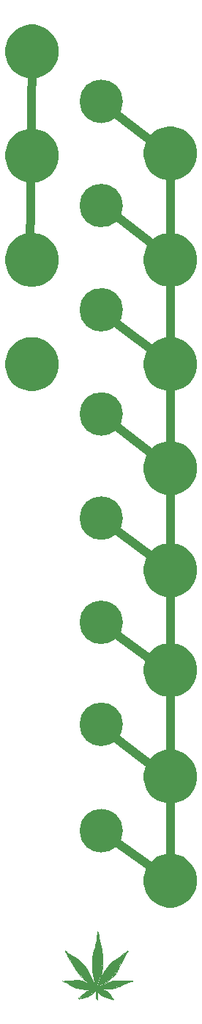
<source format=gbr>
G04 #@! TF.GenerationSoftware,KiCad,Pcbnew,(5.1.5-0)*
G04 #@! TF.CreationDate,2021-01-12T22:55:02-08:00*
G04 #@! TF.ProjectId,statues,73746174-7565-4732-9e6b-696361645f70,rev?*
G04 #@! TF.SameCoordinates,Original*
G04 #@! TF.FileFunction,Soldermask,Top*
G04 #@! TF.FilePolarity,Negative*
%FSLAX46Y46*%
G04 Gerber Fmt 4.6, Leading zero omitted, Abs format (unit mm)*
G04 Created by KiCad (PCBNEW (5.1.5-0)) date 2021-01-12 22:55:02*
%MOMM*%
%LPD*%
G04 APERTURE LIST*
%ADD10C,1.000000*%
%ADD11C,0.100000*%
%ADD12C,0.000002*%
%ADD13C,0.001000*%
G04 APERTURE END LIST*
D10*
X20750000Y-205500000D02*
X28500000Y-211000000D01*
X20750000Y-193500000D02*
X28250000Y-199250000D01*
X20750000Y-181500000D02*
X28500000Y-187250000D01*
X20750000Y-169500000D02*
X28500000Y-175250000D01*
X20750000Y-157500000D02*
X28500000Y-163500000D01*
X20500000Y-145500000D02*
X28500000Y-151500000D01*
X20750000Y-133250000D02*
X28500000Y-139250000D01*
X28500000Y-127500000D02*
X21000000Y-121750000D01*
X12500000Y-115500000D02*
X12250000Y-139500000D01*
X28500000Y-127500000D02*
X28500000Y-211250000D01*
X22500000Y-121250000D02*
G75*
G03X22500000Y-121250000I-2000000J0D01*
G01*
X22500000Y-133250000D02*
G75*
G03X22500000Y-133250000I-2000000J0D01*
G01*
X22500000Y-145250000D02*
G75*
G03X22500000Y-145250000I-2000000J0D01*
G01*
X22500000Y-157250000D02*
G75*
G03X22500000Y-157250000I-2000000J0D01*
G01*
X22500000Y-169250000D02*
G75*
G03X22500000Y-169250000I-2000000J0D01*
G01*
X22500000Y-181250000D02*
G75*
G03X22500000Y-181250000I-2000000J0D01*
G01*
X22500000Y-193000000D02*
G75*
G03X22500000Y-193000000I-2000000J0D01*
G01*
X22500000Y-205250000D02*
G75*
G03X22500000Y-205250000I-2000000J0D01*
G01*
D11*
G36*
X20660400Y-223547650D02*
G01*
X21212850Y-223827050D01*
X21539875Y-224154075D01*
X21674813Y-224384263D01*
X21906588Y-224654138D01*
X21600200Y-224570000D01*
X21346200Y-224493800D01*
X21168400Y-224430300D01*
X20793750Y-224296950D01*
X20434975Y-224103275D01*
X20174625Y-223817525D01*
X20050800Y-223655600D01*
X20114300Y-223693700D01*
X20088900Y-223630200D01*
X20152400Y-223458750D01*
X20660400Y-223547650D01*
G37*
X20660400Y-223547650D02*
X21212850Y-223827050D01*
X21539875Y-224154075D01*
X21674813Y-224384263D01*
X21906588Y-224654138D01*
X21600200Y-224570000D01*
X21346200Y-224493800D01*
X21168400Y-224430300D01*
X20793750Y-224296950D01*
X20434975Y-224103275D01*
X20174625Y-223817525D01*
X20050800Y-223655600D01*
X20114300Y-223693700D01*
X20088900Y-223630200D01*
X20152400Y-223458750D01*
X20660400Y-223547650D01*
G36*
X19866650Y-223566700D02*
G01*
X19498350Y-223998500D01*
X19060200Y-224271550D01*
X18679200Y-224411250D01*
X17929900Y-224576350D01*
X18412500Y-224049300D01*
X18806200Y-223782600D01*
X19174500Y-223579400D01*
X19644400Y-223503200D01*
X19669800Y-223503200D01*
X19866650Y-223566700D01*
G37*
X19866650Y-223566700D02*
X19498350Y-223998500D01*
X19060200Y-224271550D01*
X18679200Y-224411250D01*
X17929900Y-224576350D01*
X18412500Y-224049300D01*
X18806200Y-223782600D01*
X19174500Y-223579400D01*
X19644400Y-223503200D01*
X19669800Y-223503200D01*
X19866650Y-223566700D01*
G36*
X23073400Y-222538000D02*
G01*
X23505200Y-222563400D01*
X24083207Y-222573943D01*
X23403600Y-222728500D01*
X22971800Y-222919000D01*
X22628900Y-223134900D01*
X22209800Y-223300000D01*
X21676400Y-223388900D01*
X21231900Y-223414300D01*
X20654050Y-223395250D01*
X20076200Y-223376200D01*
X20012700Y-223300000D01*
X20228600Y-223236500D01*
X20235585Y-223185700D01*
X20551815Y-223058700D01*
X21085850Y-222830100D01*
X21638300Y-222626900D01*
X22032000Y-222512600D01*
X22476500Y-222512600D01*
X23073400Y-222538000D01*
G37*
X23073400Y-222538000D02*
X23505200Y-222563400D01*
X24083207Y-222573943D01*
X23403600Y-222728500D01*
X22971800Y-222919000D01*
X22628900Y-223134900D01*
X22209800Y-223300000D01*
X21676400Y-223388900D01*
X21231900Y-223414300D01*
X20654050Y-223395250D01*
X20076200Y-223376200D01*
X20012700Y-223300000D01*
X20228600Y-223236500D01*
X20235585Y-223185700D01*
X20551815Y-223058700D01*
X21085850Y-222830100D01*
X21638300Y-222626900D01*
X22032000Y-222512600D01*
X22476500Y-222512600D01*
X23073400Y-222538000D01*
G36*
X23060700Y-219883700D02*
G01*
X22819400Y-220379000D01*
X22616200Y-220836200D01*
X22355850Y-221356900D01*
X22082800Y-221712500D01*
X21771650Y-222125250D01*
X21301750Y-222518950D01*
X20800100Y-222855500D01*
X19695200Y-223452400D01*
X19720600Y-223122200D01*
X20025400Y-223071400D01*
X20273050Y-222633250D01*
X20488950Y-222169700D01*
X20654050Y-221839500D01*
X20838200Y-221547400D01*
X21003300Y-221229900D01*
X21282700Y-220874300D01*
X21562100Y-220556800D01*
X21892300Y-220264700D01*
X22235200Y-220036100D01*
X22616200Y-219782100D01*
X23009900Y-219515400D01*
X23543300Y-219121700D01*
X23060700Y-219883700D01*
G37*
X23060700Y-219883700D02*
X22819400Y-220379000D01*
X22616200Y-220836200D01*
X22355850Y-221356900D01*
X22082800Y-221712500D01*
X21771650Y-222125250D01*
X21301750Y-222518950D01*
X20800100Y-222855500D01*
X19695200Y-223452400D01*
X19720600Y-223122200D01*
X20025400Y-223071400D01*
X20273050Y-222633250D01*
X20488950Y-222169700D01*
X20654050Y-221839500D01*
X20838200Y-221547400D01*
X21003300Y-221229900D01*
X21282700Y-220874300D01*
X21562100Y-220556800D01*
X21892300Y-220264700D01*
X22235200Y-220036100D01*
X22616200Y-219782100D01*
X23009900Y-219515400D01*
X23543300Y-219121700D01*
X23060700Y-219883700D01*
G36*
X20215900Y-217750100D02*
G01*
X20317500Y-218232700D01*
X20431800Y-218689900D01*
X20514350Y-219020100D01*
X20577850Y-219401100D01*
X20622300Y-219921800D01*
X20622300Y-220455200D01*
X20571500Y-221039400D01*
X20508000Y-221560100D01*
X20365125Y-222055400D01*
X20066675Y-223071400D01*
X19853950Y-223020600D01*
X19619000Y-222106200D01*
X19445962Y-221242600D01*
X19461837Y-220455200D01*
X19514225Y-219794800D01*
X19676150Y-219020100D01*
X19911100Y-218207300D01*
X20038100Y-217432600D01*
X20101600Y-216911900D01*
X20215900Y-217750100D01*
G37*
X20215900Y-217750100D02*
X20317500Y-218232700D01*
X20431800Y-218689900D01*
X20514350Y-219020100D01*
X20577850Y-219401100D01*
X20622300Y-219921800D01*
X20622300Y-220455200D01*
X20571500Y-221039400D01*
X20508000Y-221560100D01*
X20365125Y-222055400D01*
X20066675Y-223071400D01*
X19853950Y-223020600D01*
X19619000Y-222106200D01*
X19445962Y-221242600D01*
X19461837Y-220455200D01*
X19514225Y-219794800D01*
X19676150Y-219020100D01*
X19911100Y-218207300D01*
X20038100Y-217432600D01*
X20101600Y-216911900D01*
X20215900Y-217750100D01*
G36*
X16596400Y-219324900D02*
G01*
X16913900Y-219566200D01*
X17479050Y-219883700D01*
X18075950Y-220315500D01*
X18450600Y-220696500D01*
X18850650Y-221261650D01*
X19447550Y-222442750D01*
X19746000Y-223007900D01*
X19758700Y-223020600D01*
X19428500Y-223046000D01*
X19326900Y-222995200D01*
X18971300Y-222747550D01*
X18564900Y-222379250D01*
X18234700Y-222030000D01*
X17879100Y-221598200D01*
X17599700Y-221179100D01*
X17409200Y-220925100D01*
X17155200Y-220467900D01*
X16901200Y-220099600D01*
X16659900Y-219680500D01*
X16380500Y-219121700D01*
X16596400Y-219324900D01*
G37*
X16596400Y-219324900D02*
X16913900Y-219566200D01*
X17479050Y-219883700D01*
X18075950Y-220315500D01*
X18450600Y-220696500D01*
X18850650Y-221261650D01*
X19447550Y-222442750D01*
X19746000Y-223007900D01*
X19758700Y-223020600D01*
X19428500Y-223046000D01*
X19326900Y-222995200D01*
X18971300Y-222747550D01*
X18564900Y-222379250D01*
X18234700Y-222030000D01*
X17879100Y-221598200D01*
X17599700Y-221179100D01*
X17409200Y-220925100D01*
X17155200Y-220467900D01*
X16901200Y-220099600D01*
X16659900Y-219680500D01*
X16380500Y-219121700D01*
X16596400Y-219324900D01*
G36*
X18002925Y-222503075D02*
G01*
X18339475Y-222598325D01*
X18603000Y-222690400D01*
X19301500Y-223096800D01*
X19331980Y-223124740D01*
X19339600Y-223109500D01*
X19339600Y-223122200D01*
X19331980Y-223124740D01*
X19250700Y-223287300D01*
X19644400Y-223427000D01*
X19434850Y-223452400D01*
X19041150Y-223477800D01*
X18564900Y-223477800D01*
X18120400Y-223414300D01*
X17637800Y-223300000D01*
X17244100Y-223185700D01*
X16837700Y-222957100D01*
X16520200Y-222728500D01*
X16113800Y-222601500D01*
X16761500Y-222550700D01*
X17294900Y-222512600D01*
X17758450Y-222506250D01*
X18002925Y-222503075D01*
G37*
X18002925Y-222503075D02*
X18339475Y-222598325D01*
X18603000Y-222690400D01*
X19301500Y-223096800D01*
X19331980Y-223124740D01*
X19339600Y-223109500D01*
X19339600Y-223122200D01*
X19331980Y-223124740D01*
X19250700Y-223287300D01*
X19644400Y-223427000D01*
X19434850Y-223452400D01*
X19041150Y-223477800D01*
X18564900Y-223477800D01*
X18120400Y-223414300D01*
X17637800Y-223300000D01*
X17244100Y-223185700D01*
X16837700Y-222957100D01*
X16520200Y-222728500D01*
X16113800Y-222601500D01*
X16761500Y-222550700D01*
X17294900Y-222512600D01*
X17758450Y-222506250D01*
X18002925Y-222503075D01*
G36*
X20000000Y-223084100D02*
G01*
X19788862Y-223277775D01*
X20007937Y-223373025D01*
X20758825Y-223915950D01*
X20577850Y-224011200D01*
X20000000Y-223554000D01*
X20012700Y-224646200D01*
X19898400Y-224506500D01*
X19892050Y-223617500D01*
X19936500Y-223617500D01*
X19555500Y-223401600D01*
X19269750Y-223249200D01*
X19434850Y-222969800D01*
X20000000Y-223084100D01*
G37*
X20000000Y-223084100D02*
X19788862Y-223277775D01*
X20007937Y-223373025D01*
X20758825Y-223915950D01*
X20577850Y-224011200D01*
X20000000Y-223554000D01*
X20012700Y-224646200D01*
X19898400Y-224506500D01*
X19892050Y-223617500D01*
X19936500Y-223617500D01*
X19555500Y-223401600D01*
X19269750Y-223249200D01*
X19434850Y-222969800D01*
X20000000Y-223084100D01*
D12*
X19479586Y-221396968D02*
X19486414Y-221463404D01*
X16060628Y-222585206D02*
G75*
G02X16062745Y-222580474I8833J-1112D01*
G01*
X16062745Y-222580475D02*
G75*
G02X16067170Y-222577659I6961J-6056D01*
G01*
X16067171Y-222577659D02*
G75*
G02X16076272Y-222575641I21302J-74534D01*
G01*
X16119176Y-222569928D02*
X16076272Y-222575641D01*
X16175382Y-222564579D02*
X16119176Y-222569928D01*
X16249523Y-222559059D02*
X16175382Y-222564579D01*
X16350810Y-222552773D02*
X16249523Y-222559059D01*
X16464250Y-222545535D02*
X16350810Y-222552773D01*
X16555159Y-222538329D02*
X16464250Y-222545535D01*
X16635946Y-222530142D02*
X16555159Y-222538329D01*
X16717522Y-222519967D02*
X16635946Y-222530142D01*
X16795588Y-222510763D02*
X16717522Y-222519967D01*
X16894548Y-222501810D02*
X16795588Y-222510763D01*
X17002731Y-222493949D02*
X16894548Y-222501810D01*
X17110022Y-222488039D02*
X17002731Y-222493949D01*
X17158893Y-222485783D02*
X17110022Y-222488039D01*
X17228084Y-222482592D02*
X17158893Y-222485783D01*
X17303746Y-222479104D02*
X17228084Y-222482592D01*
X17375022Y-222475821D02*
X17303746Y-222479104D01*
X17542892Y-222468843D02*
X17375022Y-222475821D01*
X17717753Y-222463052D02*
X17542892Y-222468843D01*
X17891324Y-222458069D02*
X17717753Y-222463052D01*
X17891324Y-222458069D02*
G75*
G02X17900393Y-222460507I462J-16364D01*
G01*
X17903889Y-222461762D02*
G75*
G02X17900393Y-222460507I1209J8867D01*
G01*
X17919388Y-222463775D02*
X17903889Y-222461762D01*
X17937771Y-222465819D02*
X17919388Y-222463775D01*
X17958715Y-222467713D02*
X17937771Y-222465819D01*
X19470054Y-221287481D02*
X19472649Y-221317124D01*
X20612378Y-223447086D02*
X20657522Y-223450622D01*
X20563537Y-223443388D02*
X20612378Y-223447086D01*
X20518194Y-223440058D02*
X20563537Y-223443388D01*
X20485022Y-223437755D02*
X20518194Y-223440058D01*
X20453615Y-223435486D02*
X20485022Y-223437755D01*
X20414584Y-223432326D02*
X20453615Y-223435486D01*
X20374606Y-223428849D02*
X20414584Y-223432326D01*
X20340022Y-223425579D02*
X20374606Y-223428849D01*
X20278512Y-223420402D02*
X20340022Y-223425579D01*
X20226901Y-223418134D02*
X20278512Y-223420402D01*
X18831364Y-221180665D02*
X18702584Y-220973051D01*
X18960123Y-221410277D02*
X18831364Y-221180665D01*
X20263811Y-223444985D02*
X20225611Y-223437712D01*
X20301820Y-223451668D02*
X20263811Y-223444985D01*
X20327522Y-223455429D02*
X20301820Y-223451668D01*
X20327522Y-223455429D02*
G75*
G02X20415850Y-223471576I-96572J-777952D01*
G01*
X20542223Y-223504860D02*
X20415850Y-223471576D01*
X20681550Y-223547366D02*
X20542223Y-223504860D01*
X20815022Y-223594009D02*
X20681550Y-223547366D01*
X20858649Y-223611046D02*
X20815022Y-223594009D01*
X20904637Y-223630487D02*
X20858649Y-223611046D01*
X20952079Y-223651930D02*
X20904637Y-223630487D01*
X21000085Y-223674987D02*
X20952079Y-223651930D01*
X21000085Y-223674988D02*
G75*
G02X21152408Y-223762179I-639105J-1293158D01*
G01*
X19600081Y-222147260D02*
X19602098Y-222157528D01*
X22620021Y-220815299D02*
G75*
G02X22619743Y-220816562I-3003J0D01*
G01*
X22611209Y-220834952D02*
X22619743Y-220816562D01*
X22601523Y-220855632D02*
X22611209Y-220834952D01*
X22590022Y-220879870D02*
X22601523Y-220855632D01*
X22578521Y-220904146D02*
X22590022Y-220879870D01*
X22568834Y-220924951D02*
X22578521Y-220904146D01*
X22560385Y-220943329D02*
X22568834Y-220924951D01*
X22560021Y-220944995D02*
G75*
G02X22560385Y-220943329I3995J0D01*
G01*
X22560021Y-220944995D02*
G75*
G02X22559292Y-220948297I-7840J0D01*
G01*
X22520677Y-221031421D02*
X22559292Y-220948297D01*
X22477758Y-221123339D02*
X22520677Y-221031421D01*
X22427442Y-221230277D02*
X22477758Y-221123339D01*
X22404537Y-221278174D02*
X22427442Y-221230277D01*
X22376801Y-221334980D02*
X22404537Y-221278174D01*
X22347730Y-221393998D02*
X22376801Y-221334980D01*
X22347731Y-221393997D02*
G75*
G02X22345022Y-221397777I-12801J6311D01*
G01*
X22343589Y-221399614D02*
G75*
G02X22345022Y-221397777I8150J-4881D01*
G01*
X22340177Y-221405418D02*
X22343588Y-221399615D01*
X22336238Y-221412435D02*
X22340177Y-221405418D01*
X22332041Y-221420277D02*
X22336238Y-221412435D01*
X22323008Y-221437116D02*
X22332041Y-221420277D01*
X22312309Y-221456309D02*
X22323008Y-221437116D01*
X22301117Y-221475799D02*
X22312309Y-221456309D01*
X22290563Y-221493576D02*
X22301117Y-221475799D01*
X22286359Y-221500601D02*
X22290563Y-221493576D01*
X22279895Y-221511546D02*
X22286359Y-221500601D01*
X22272630Y-221523921D02*
X22279895Y-221511546D01*
X22265538Y-221536076D02*
X22272630Y-221523921D01*
X22265539Y-221536076D02*
G75*
G02X22176513Y-221674537I-1594117J927112D01*
G01*
X22060765Y-221828716D02*
X22176513Y-221674537D01*
X21929379Y-221985115D02*
X22060765Y-221828716D01*
X21792561Y-222130767D02*
X21929379Y-221985115D01*
X21792561Y-222130767D02*
G75*
G02X21512462Y-222388051I-2992746J2977019D01*
G01*
X21202444Y-222626945D02*
X21512462Y-222388051D01*
X20846530Y-222858868D02*
X21202444Y-222626945D01*
X20427522Y-223095384D02*
X20846530Y-222858868D01*
X20407210Y-223106206D02*
X20427522Y-223095384D01*
X20383256Y-223119049D02*
X20407210Y-223106206D01*
X20359541Y-223131825D02*
X20383256Y-223119049D01*
X20340022Y-223142411D02*
X20359541Y-223131825D01*
X20322766Y-223151769D02*
X20340022Y-223142411D01*
X20306062Y-223160749D02*
X20322766Y-223151769D01*
X20291782Y-223168359D02*
X20306062Y-223160749D01*
X20284097Y-223172337D02*
X20291782Y-223168359D01*
X20267847Y-223182144D02*
G75*
G02X20284097Y-223172337I73169J-102870D01*
G01*
X20251467Y-223195234D02*
G75*
G02X20267847Y-223182145I125077J-139731D01*
G01*
X20238112Y-223208375D02*
G75*
G02X20251467Y-223195234I145858J-134885D01*
G01*
X20235021Y-223216267D02*
G75*
G02X20238111Y-223208375I11624J0D01*
G01*
X20235871Y-223219781D02*
G75*
G02X20235022Y-223216267I6849J3514D01*
G01*
X20238155Y-223221737D02*
G75*
G02X20235870Y-223219780I1247J3768D01*
G01*
X20242397Y-223222198D02*
G75*
G02X20238155Y-223221737I-1044J10127D01*
G01*
X20249641Y-223221103D02*
G75*
G02X20242398Y-223222199I-15184J75919D01*
G01*
X20268149Y-223215366D02*
G75*
G02X20249641Y-223221104I-36945J86448D01*
G01*
X20328992Y-223189023D02*
X20268149Y-223215366D01*
X20396972Y-223158528D02*
X20328992Y-223189023D01*
X20465022Y-223126643D02*
X20396972Y-223158528D01*
X20488044Y-223115656D02*
X20465022Y-223126643D01*
X20513850Y-223103400D02*
X20488044Y-223115656D01*
X20538478Y-223091750D02*
X20513850Y-223103400D01*
X20557522Y-223082798D02*
X20538478Y-223091750D01*
X20577497Y-223073393D02*
X20557522Y-223082798D01*
X20605600Y-223060054D02*
X20577497Y-223073393D01*
X20636247Y-223045444D02*
X20605600Y-223060054D01*
X20665022Y-223031661D02*
X20636247Y-223045444D01*
X20719936Y-223005361D02*
X20665022Y-223031661D01*
X20761702Y-222985535D02*
X20719936Y-223005361D01*
X20796707Y-222969148D02*
X20761702Y-222985535D01*
X20830022Y-222953816D02*
X20796707Y-222969148D01*
X20865354Y-222937574D02*
X20830022Y-222953816D01*
X20931774Y-222906749D02*
X20865354Y-222937574D01*
X20999694Y-222875132D02*
X20931774Y-222906749D01*
X21047522Y-222852733D02*
X20999694Y-222875132D01*
X21194502Y-222784657D02*
X21047522Y-222852733D01*
X21345333Y-222716903D02*
X21194502Y-222784657D01*
X21483653Y-222656658D02*
X21345333Y-222716903D01*
X21590022Y-222612680D02*
X21483653Y-222656658D01*
X21643337Y-222591611D02*
X21590022Y-222612680D01*
X21678135Y-222578359D02*
X21643337Y-222591611D01*
X21707932Y-222567769D02*
X21678135Y-222578359D01*
X21742522Y-222556289D02*
X21707932Y-222567769D01*
X21801620Y-222538467D02*
X21742522Y-222556289D01*
X21863071Y-222522384D02*
X21801620Y-222538467D01*
X21924574Y-222508597D02*
X21863071Y-222522384D01*
X21983822Y-222497669D02*
X21924574Y-222508597D01*
X22025789Y-222491782D02*
X21983822Y-222497669D01*
X22061324Y-222488975D02*
X22025789Y-222491782D01*
X22105896Y-222488261D02*
X22061324Y-222488975D01*
X22186322Y-222489370D02*
X22105896Y-222488261D01*
X22243234Y-222490735D02*
X22186322Y-222489370D01*
X22301607Y-222492737D02*
X22243234Y-222490735D01*
X22353546Y-222495032D02*
X22301607Y-222492737D01*
X22387522Y-222497267D02*
X22353546Y-222495032D01*
X22418287Y-222499702D02*
X22387522Y-222497267D01*
X22457662Y-222502627D02*
X22418287Y-222499702D01*
X22498691Y-222505545D02*
X22457662Y-222502627D01*
X22535022Y-222507990D02*
X22498691Y-222505545D01*
X22572057Y-222510418D02*
X22535022Y-222507990D01*
X22615318Y-222513293D02*
X22572057Y-222510418D01*
X22657867Y-222516150D02*
X22615318Y-222513293D01*
X22692522Y-222518510D02*
X22657867Y-222516150D01*
X22745145Y-222520680D02*
X22692522Y-222518510D01*
X22937897Y-222523130D02*
X22745145Y-222520680D01*
X23166132Y-222525346D02*
X22937897Y-222523130D01*
X23422522Y-222526997D02*
X23166132Y-222525346D01*
X23760194Y-222528974D02*
X23422522Y-222526997D01*
X23946598Y-222530953D02*
X23760194Y-222528974D01*
X24075267Y-222533028D02*
X23946598Y-222530953D01*
X24075267Y-222533028D02*
G75*
G02X24088772Y-222536729I-500J-28318D01*
G01*
X24088772Y-222536728D02*
G75*
G02X24097766Y-222545160I-13045J-22929D01*
G01*
X24097766Y-222545160D02*
G75*
G02X24100023Y-222555412I-12281J-8079D01*
G01*
X24100023Y-222555413D02*
G75*
G02X24094871Y-222565674I-18220J2725D01*
G01*
X24094870Y-222565673D02*
G75*
G02X24083207Y-222573943I-29662J29474D01*
G01*
X24083208Y-222573944D02*
G75*
G02X24065174Y-222581131I-63623J133418D01*
G01*
X24000776Y-222601805D02*
X24065174Y-222581131D01*
X23938093Y-222621392D02*
X24000776Y-222601805D01*
X23902522Y-222631377D02*
X23938093Y-222621392D01*
X23773171Y-222668169D02*
X23902522Y-222631377D01*
X23598786Y-222725203D02*
X23773171Y-222668169D01*
X23419767Y-222788251D02*
X23598786Y-222725203D01*
X23272522Y-222845274D02*
X23419767Y-222788251D01*
X23149199Y-222898078D02*
X23272522Y-222845274D01*
X23003927Y-222964591D02*
X23149199Y-222898078D01*
X22862600Y-223032490D02*
X23003927Y-222964591D01*
X22752522Y-223089199D02*
X22862600Y-223032490D01*
X22618504Y-223160433D02*
X22752522Y-223089199D01*
X22533440Y-223202696D02*
X22618504Y-223160433D01*
X22458987Y-223235131D02*
X22533440Y-223202696D01*
X22367522Y-223270178D02*
X22458987Y-223235131D01*
X22292423Y-223297307D02*
X22367522Y-223270178D01*
X22252851Y-223310723D02*
X22292423Y-223297307D01*
X22213400Y-223322598D02*
X22252851Y-223310723D01*
X22140022Y-223343034D02*
X22213400Y-223322598D01*
X22020804Y-223372545D02*
X22140022Y-223343034D01*
X21883620Y-223400279D02*
X22020804Y-223372545D01*
X21745884Y-223423156D02*
X21883620Y-223400279D01*
X21625022Y-223437838D02*
X21745884Y-223423156D01*
X21601013Y-223440138D02*
X21625022Y-223437838D01*
X21566506Y-223443487D02*
X21601013Y-223440138D01*
X21528547Y-223447195D02*
X21566506Y-223443487D01*
X21492522Y-223450739D02*
X21528547Y-223447195D01*
X21358935Y-223458145D02*
X21492522Y-223450739D01*
X21086190Y-223459806D02*
X21358935Y-223458145D01*
X20813070Y-223457895D02*
X21086190Y-223459806D01*
X20657522Y-223450622D02*
X20813070Y-223457895D01*
X20184700Y-223417876D02*
X20226901Y-223418134D01*
X20180021Y-223422584D02*
G75*
G02X20184700Y-223417876I4709J-1D01*
G01*
X20181145Y-223424719D02*
G75*
G02X20180022Y-223422585I1466J2134D01*
G01*
X20185529Y-223427293D02*
G75*
G02X20181144Y-223424719I15819J31971D01*
G01*
X19110636Y-221688155D02*
X19094341Y-221658062D01*
X19121221Y-221707777D02*
X19110636Y-221688155D01*
X20511249Y-222083226D02*
X20464982Y-222180277D01*
X20596807Y-221912328D02*
X20511249Y-222083226D01*
X20683548Y-221741636D02*
X20596807Y-221912328D01*
X20724269Y-221666527D02*
X20683548Y-221741636D01*
X20738678Y-221641366D02*
X20724269Y-221666527D01*
X20749929Y-221621636D02*
X20738678Y-221641366D01*
X20759609Y-221604555D02*
X20749929Y-221621636D01*
X20769048Y-221587777D02*
X20759609Y-221604555D01*
X20775983Y-221575624D02*
X20769048Y-221587777D01*
X20787590Y-221555731D02*
X20775983Y-221575624D01*
X20800976Y-221532985D02*
X20787590Y-221555731D01*
X20814458Y-221510277D02*
X20800976Y-221532985D01*
X20827575Y-221488268D02*
X20814458Y-221510277D01*
X20839864Y-221467624D02*
X20827575Y-221488268D01*
X20850197Y-221450243D02*
X20839864Y-221467624D01*
X20854889Y-221442307D02*
X20850197Y-221450243D01*
X20899259Y-221370233D02*
X20854889Y-221442307D01*
X20962393Y-221273837D02*
X20899259Y-221370233D01*
X21029939Y-221174271D02*
X20962393Y-221273837D01*
X21089543Y-221090277D02*
X21029939Y-221174271D01*
X21146819Y-221013641D02*
X21089543Y-221090277D01*
X21217177Y-220923061D02*
X21146819Y-221013641D01*
X21284639Y-220838542D02*
X21217177Y-220923061D01*
X21327847Y-220787777D02*
X21284639Y-220838542D01*
X22635064Y-220781889D02*
X22644416Y-220761958D01*
X22627187Y-220798945D02*
X22635064Y-220781889D01*
X22620294Y-220814044D02*
X22627187Y-220798945D01*
X22620022Y-220815299D02*
G75*
G02X22620294Y-220814044I3026J0D01*
G01*
X19075985Y-221624222D02*
X19058037Y-221591194D01*
X19094341Y-221658062D02*
X19075985Y-221624222D01*
X21912904Y-224682618D02*
G75*
G02X21912962Y-224690934I-10582J-4233D01*
G01*
X21912961Y-224690934D02*
G75*
G02X21910571Y-224693771I-5287J2029D01*
G01*
X21910571Y-224693771D02*
G75*
G02X21905675Y-224695933I-11328J19028D01*
G01*
X21905675Y-224695934D02*
G75*
G02X21898837Y-224697326I-10822J35655D01*
G01*
X21898838Y-224697325D02*
G75*
G02X21890414Y-224697777I-8424J78322D01*
G01*
X20393609Y-222341378D02*
X20385721Y-222360277D01*
X20420843Y-222279384D02*
X20393609Y-222341378D01*
X20447720Y-222218594D02*
X20420843Y-222279384D01*
X20464982Y-222180277D02*
X20447720Y-222218594D01*
X21890414Y-224697778D02*
G75*
G02X21875921Y-224696825I0J110737D01*
G01*
X21875921Y-224696825D02*
G75*
G02X21863016Y-224693965I9971J75534D01*
G01*
X21863016Y-224693965D02*
G75*
G02X21846281Y-224687761I53575J170197D01*
G01*
X21815022Y-224674046D02*
X21846281Y-224687761D01*
X21751838Y-224647762D02*
X21815022Y-224674046D01*
X21685736Y-224624319D02*
X21751838Y-224647762D01*
X21614120Y-224602862D02*
X21685736Y-224624319D01*
X21534294Y-224582548D02*
X21614120Y-224602862D01*
X21397606Y-224549292D02*
X21534294Y-224582548D01*
X19130128Y-221724323D02*
X19121221Y-221707777D01*
X19140235Y-221743074D02*
X19130128Y-221724323D01*
X20253305Y-222686243D02*
X20244490Y-222706661D01*
X20263179Y-222662378D02*
X20253305Y-222686243D01*
X20274497Y-222634151D02*
X20263179Y-222662378D01*
X20287768Y-222600277D02*
X20274497Y-222634151D01*
X20293655Y-222585324D02*
X20287768Y-222600277D01*
X20300109Y-222569333D02*
X20293655Y-222585324D01*
X20306173Y-222554627D02*
X20300109Y-222569333D01*
X21152408Y-223762178D02*
G75*
G02X21290509Y-223865987I-743206J-1132487D01*
G01*
X21290509Y-223865987D02*
G75*
G02X21408604Y-223981641I-808447J-943632D01*
G01*
X21408604Y-223981641D02*
G75*
G02X21501099Y-224104225I-691614J-618042D01*
G01*
X21593113Y-224247827D02*
X21501099Y-224104225D01*
X21658325Y-224344131D02*
X21593113Y-224247827D01*
X21719278Y-224426381D02*
X21658325Y-224344131D01*
X21794380Y-224520045D02*
X21719278Y-224426381D01*
X21837947Y-224572822D02*
X21794380Y-224520045D01*
X21851771Y-224589809D02*
X21837947Y-224572822D01*
X21862079Y-224603035D02*
X21851771Y-224589809D01*
X19634498Y-219070277D02*
X19620636Y-219120269D01*
X20310691Y-222544082D02*
X20306173Y-222554627D01*
X20314264Y-222535606D02*
X20310691Y-222544082D01*
X20317281Y-222527667D02*
X20314264Y-222535606D01*
X20319553Y-222520959D02*
X20317281Y-222527667D01*
X20320021Y-222517966D02*
G75*
G02X20319553Y-222520959I-9805J0D01*
G01*
X20320021Y-222517965D02*
G75*
G02X20320501Y-222514968I9600J-1D01*
G01*
X20322848Y-222508209D02*
X20320501Y-222514968D01*
X20325958Y-222500210D02*
X20322848Y-222508209D01*
X20329642Y-222491661D02*
X20325958Y-222500210D01*
X20343866Y-222459784D02*
X20329642Y-222491661D01*
X20352969Y-222438632D02*
X20343866Y-222459784D01*
X20359166Y-222423491D02*
X20352969Y-222438632D01*
X20360007Y-222419082D02*
G75*
G02X20359166Y-222423491I-11749J-43D01*
G01*
X20360007Y-222419082D02*
G75*
G02X20360459Y-222416632I6738J25D01*
G01*
X20363194Y-222409786D02*
X20360459Y-222416632D01*
X20366707Y-222401673D02*
X20363194Y-222409786D01*
X20370874Y-222392777D02*
X20366707Y-222401673D01*
X20375330Y-222383430D02*
X20370874Y-222392777D01*
X20379723Y-222373949D02*
X20375330Y-222383430D01*
X20383495Y-222365577D02*
X20379723Y-222373949D01*
X20385721Y-222360277D02*
X20383495Y-222365577D01*
X21877281Y-224623316D02*
X21862079Y-224603035D01*
X21893683Y-224646689D02*
X21877281Y-224623316D01*
X21893683Y-224646690D02*
G75*
G02X21905528Y-224666666I-194982J-129113D01*
G01*
X21905528Y-224666666D02*
G75*
G02X21912903Y-224682618I-148143J-78170D01*
G01*
X21337272Y-220777192D02*
X21327847Y-220787777D01*
X21357031Y-220754856D02*
X21337272Y-220777192D01*
X21380430Y-220728361D02*
X21357031Y-220754856D01*
X21405193Y-220700277D02*
X21380430Y-220728361D01*
X21513704Y-220583304D02*
X21405193Y-220700277D01*
X21646053Y-220452079D02*
X21513704Y-220583304D01*
X21777297Y-220330085D02*
X21646053Y-220452079D01*
X21880250Y-220244220D02*
X21777297Y-220330085D01*
X21967428Y-220178727D02*
X21880250Y-220244220D01*
X22046415Y-220123278D02*
X21967428Y-220178727D01*
X22148457Y-220056351D02*
X22046415Y-220123278D01*
X22327522Y-219942769D02*
X22148457Y-220056351D01*
X22389629Y-219903344D02*
X22327522Y-219942769D01*
X22456365Y-219860469D02*
X22389629Y-219903344D01*
X22517965Y-219820471D02*
X22456365Y-219860469D01*
X22562522Y-219790991D02*
X22517965Y-219820471D01*
X22697222Y-219699298D02*
X22562522Y-219790991D01*
X22820866Y-219612251D02*
X22697222Y-219699298D01*
X22968690Y-219504774D02*
X22820866Y-219612251D01*
X23190022Y-219340957D02*
X22968690Y-219504774D01*
X23233928Y-219308350D02*
X23190022Y-219340957D01*
X23276959Y-219276446D02*
X23233928Y-219308350D01*
X23314011Y-219249020D02*
X23276959Y-219276446D01*
X23335022Y-219233543D02*
X23314011Y-219249020D01*
X23351209Y-219221646D02*
X23335022Y-219233543D01*
X23368850Y-219208643D02*
X23351209Y-219221646D01*
X23385320Y-219196471D02*
X23368850Y-219208643D01*
X23397522Y-219187414D02*
X23385320Y-219196471D01*
X23437477Y-219159270D02*
X23397522Y-219187414D01*
X23492952Y-219123208D02*
X23437477Y-219159270D01*
X23549438Y-219087759D02*
X23492952Y-219123208D01*
X23549438Y-219087760D02*
G75*
G02X23564761Y-219081269I28471J-45884D01*
G01*
X23564761Y-219081268D02*
G75*
G02X23577504Y-219079947I10974J-43717D01*
G01*
X23577504Y-219079947D02*
G75*
G02X23584070Y-219084069I-305J-7776D01*
G01*
X23584070Y-219084070D02*
G75*
G02X23584527Y-219092656I-8997J-4784D01*
G01*
X23584527Y-219092655D02*
G75*
G02X23577667Y-219105539I-63438J25510D01*
G01*
X23565329Y-219122507D02*
X23577667Y-219105539D01*
X23545976Y-219146851D02*
X23565329Y-219122507D01*
X23526429Y-219170518D02*
X23545976Y-219146851D01*
X23526429Y-219170517D02*
G75*
G02X23516963Y-219180277I-72727J61071D01*
G01*
X23499895Y-219198072D02*
G75*
G02X23516963Y-219180277I123500J-101373D01*
G01*
X23445948Y-219264257D02*
X23499895Y-219198072D01*
X23391922Y-219331904D02*
X23445948Y-219264257D01*
X23351038Y-219385277D02*
X23391922Y-219331904D01*
X23274034Y-219493698D02*
X23351038Y-219385277D01*
X23213980Y-219589678D02*
X23274034Y-219493698D01*
X23148409Y-219710452D02*
X23213980Y-219589678D01*
X23045463Y-219915277D02*
X23148409Y-219710452D01*
X23012314Y-219982396D02*
X23045463Y-219915277D01*
X22982337Y-220043418D02*
X23012314Y-219982396D01*
X22957300Y-220094652D02*
X22982337Y-220043418D01*
X22948740Y-220112777D02*
X22957300Y-220094652D01*
X22933870Y-220144997D02*
X22948740Y-220112777D01*
X22898656Y-220220485D02*
X22933870Y-220144997D01*
X22863434Y-220295815D02*
X22898656Y-220220485D01*
X22842505Y-220340277D02*
X22863434Y-220295815D01*
X22836270Y-220353483D02*
X22842505Y-220340277D01*
X22826572Y-220374090D02*
X22836270Y-220353483D01*
X22815623Y-220397387D02*
X22826572Y-220374090D01*
X22804881Y-220420277D02*
X22815623Y-220397387D01*
X22752656Y-220531614D02*
X22804881Y-220420277D01*
X22705466Y-220632138D02*
X22752656Y-220531614D01*
X22666565Y-220714935D02*
X22705466Y-220632138D01*
X22644416Y-220761958D02*
X22666565Y-220714935D01*
X19456089Y-220070173D02*
X19450432Y-220147777D01*
X19491414Y-219734273D02*
X19489359Y-219751746D01*
X19499812Y-221575277D02*
X19502112Y-221591881D01*
X17220022Y-223204199D02*
X17285345Y-223231444D01*
X17172193Y-223182386D02*
X17220022Y-223204199D01*
X17096008Y-223145116D02*
X17172193Y-223182386D01*
X17013874Y-223104229D02*
X17096008Y-223145116D01*
X17958715Y-222467712D02*
G75*
G02X18037077Y-222477867I-68767J-838110D01*
G01*
X18134167Y-222497547D02*
X18037077Y-222477867D01*
X18238541Y-222523880D02*
X18134167Y-222497547D01*
X18340022Y-222554629D02*
X18238541Y-222523880D01*
X18411345Y-222578648D02*
X18340022Y-222554629D01*
X18462918Y-222597344D02*
X18411345Y-222578648D01*
X18514767Y-222618060D02*
X18462918Y-222597344D01*
X18587522Y-222648978D02*
X18514767Y-222618060D01*
X18636095Y-222671297D02*
X18587522Y-222648978D01*
X18722054Y-222713707D02*
X18636095Y-222671297D01*
X18807800Y-222757003D02*
X18722054Y-222713707D01*
X18857522Y-222783724D02*
X18807800Y-222757003D01*
X18874485Y-222793290D02*
X18857522Y-222783724D01*
X18892381Y-222803359D02*
X18874485Y-222793290D01*
X18908665Y-222812503D02*
X18892381Y-222803359D01*
X18920022Y-222818855D02*
X18908665Y-222812503D01*
X18967579Y-222846350D02*
X18920022Y-222818855D01*
X19029264Y-222883880D02*
X18967579Y-222846350D01*
X19094127Y-222924579D02*
X19029264Y-222883880D01*
X19152522Y-222962529D02*
X19094127Y-222924579D01*
X19269621Y-223039782D02*
X19152522Y-222962529D01*
X19284217Y-223042895D02*
G75*
G02X19269621Y-223039782I-3296J20324D01*
G01*
X19285880Y-223036626D02*
G75*
G02X19284217Y-223042894I-2231J-2763D01*
G01*
X19186635Y-222956997D02*
X19285879Y-223036626D01*
X19076355Y-222868615D02*
X19186635Y-222956997D01*
X18955655Y-222771064D02*
X19076355Y-222868615D01*
X18846190Y-222682022D02*
X18955655Y-222771064D01*
X18797522Y-222641366D02*
X18846190Y-222682022D01*
X18560218Y-222428564D02*
X18797522Y-222641366D01*
X18331976Y-222203889D02*
X18560218Y-222428564D01*
X18126302Y-221981368D02*
X18331976Y-222203889D01*
X17957522Y-221775413D02*
X18126302Y-221981368D01*
X17947035Y-221761730D02*
X17957522Y-221775413D01*
X17930933Y-221740881D02*
X17947035Y-221761730D01*
X17912804Y-221717489D02*
X17930933Y-221740881D01*
X17895094Y-221694720D02*
X17912804Y-221717489D01*
X17850771Y-221636679D02*
X17895094Y-221694720D01*
X17798022Y-221565362D02*
X17850771Y-221636679D01*
X17743294Y-221489659D02*
X17798022Y-221565362D01*
X17692611Y-221417777D02*
X17743294Y-221489659D01*
X17615794Y-221305183D02*
X17692611Y-221417777D01*
X17503314Y-221136047D02*
X17615794Y-221305183D01*
X17392960Y-220968079D02*
X17503314Y-221136047D01*
X17327810Y-220865811D02*
X17392960Y-220968079D01*
X17312852Y-220841839D02*
X17327810Y-220865811D01*
X17293501Y-220811028D02*
X17312852Y-220841839D01*
X17273210Y-220778853D02*
X17293501Y-220811028D01*
X17255098Y-220750277D02*
X17273210Y-220778853D01*
X17232466Y-220714465D02*
X17255098Y-220750277D01*
X17194344Y-220653699D02*
X17232466Y-220714465D01*
X17150478Y-220583586D02*
X17194344Y-220653699D01*
X17106299Y-220512777D02*
X17150478Y-220583586D01*
X17063762Y-220444522D02*
X17106299Y-220512777D01*
X17024866Y-220382137D02*
X17063762Y-220444522D01*
X16992249Y-220329846D02*
X17024866Y-220382137D01*
X16980010Y-220310277D02*
X16992249Y-220329846D01*
X16937630Y-220241590D02*
X16980010Y-220310277D01*
X16867790Y-220126106D02*
X16937630Y-220241590D01*
X16797729Y-220009490D02*
X16867790Y-220126106D01*
X16772165Y-219965277D02*
X16797729Y-220009490D01*
X16769328Y-219960248D02*
X16772165Y-219965277D01*
X16765217Y-219953074D02*
X16769328Y-219960248D01*
X16760674Y-219945211D02*
X16765217Y-219953074D01*
X16756342Y-219937777D02*
X16760674Y-219945211D01*
X16727044Y-219887083D02*
X16756342Y-219937777D01*
X16668968Y-219785057D02*
X16727044Y-219887083D01*
X16610346Y-219681702D02*
X16668968Y-219785057D01*
X16588754Y-219642777D02*
X16610346Y-219681702D01*
X16579351Y-219625536D02*
X16588754Y-219642777D01*
X16567835Y-219604543D02*
X16579351Y-219625536D01*
X16556140Y-219583314D02*
X16567835Y-219604543D01*
X16546150Y-219565277D02*
X16556140Y-219583314D01*
X16517394Y-219510797D02*
X16546150Y-219565277D01*
X16462647Y-219400518D02*
X16517394Y-219510797D01*
X16402078Y-219277345D02*
X16462647Y-219400518D01*
X16402079Y-219277345D02*
G75*
G02X16400022Y-219268491I18028J8854D01*
G01*
X16399530Y-219265636D02*
G75*
G02X16400022Y-219268491I-8045J-2855D01*
G01*
X16397209Y-219259477D02*
X16399530Y-219265636D01*
X16394113Y-219252210D02*
X16397209Y-219259477D01*
X16390446Y-219244500D02*
X16394113Y-219252210D01*
X16390446Y-219244500D02*
G75*
G02X16375567Y-219210779I353949J176315D01*
G01*
X16362376Y-219172674D02*
X16375567Y-219210779D01*
X16352797Y-219137022D02*
X16362376Y-219172674D01*
X16352798Y-219137021D02*
G75*
G02X16350022Y-219112709I105091J24312D01*
G01*
X16350022Y-219112709D02*
G75*
G02X16352313Y-219101889I26694J0D01*
G01*
X16352313Y-219101889D02*
G75*
G02X16358734Y-219093767I19006J-8428D01*
G01*
X16358734Y-219093767D02*
G75*
G02X16368045Y-219089963I11741J-15439D01*
G01*
X16368045Y-219089963D02*
G75*
G02X16378409Y-219091121I2783J-22042D01*
G01*
X19299378Y-223049505D02*
G75*
G02X19307816Y-223055118I-42084J-72409D01*
G01*
X19293690Y-223048010D02*
G75*
G02X19299378Y-223049505I137J-11046D01*
G01*
X19292163Y-223050169D02*
G75*
G02X19293690Y-223048010I1547J525D01*
G01*
X19295021Y-223055277D02*
G75*
G02X19292163Y-223050169I12406J10295D01*
G01*
X19298004Y-223058135D02*
G75*
G02X19295022Y-223055277I10995J14458D01*
G01*
X19301808Y-223060528D02*
G75*
G02X19298004Y-223058136I11528J22553D01*
G01*
X19305813Y-223062133D02*
G75*
G02X19301808Y-223060528I6762J22671D01*
G01*
X19309384Y-223062619D02*
G75*
G02X19305813Y-223062133I-229J11691D01*
G01*
X19313439Y-223062263D02*
G75*
G02X19309384Y-223062618I-4642J29680D01*
G01*
X19314221Y-223061131D02*
G75*
G02X19313438Y-223062263I-929J-194D01*
G01*
X19313100Y-223059282D02*
G75*
G02X19314221Y-223061131I-2062J-2515D01*
G01*
X19307816Y-223055118D02*
X19313100Y-223059282D01*
X20082574Y-216869496D02*
G75*
G02X20091771Y-216860571I24520J-16067D01*
G01*
X20091771Y-216860571D02*
G75*
G02X20102879Y-216857745I10107J-16484D01*
G01*
X20102879Y-216857745D02*
G75*
G02X20113607Y-216861707I-996J-19203D01*
G01*
X20113606Y-216861707D02*
G75*
G02X20121759Y-216871527I-17650J-22947D01*
G01*
X20121760Y-216871527D02*
G75*
G02X20133695Y-216904885I-124673J-63421D01*
G01*
X20149153Y-216980779D02*
X20133695Y-216904885D01*
X20166249Y-217080893D02*
X20149153Y-216980779D01*
X20184771Y-217207777D02*
X20166249Y-217080893D01*
X20189195Y-217239649D02*
X20184771Y-217207777D01*
X20193664Y-217271324D02*
X20189195Y-217239649D01*
X20197609Y-217298853D02*
X20193664Y-217271324D01*
X20200058Y-217315277D02*
X20197609Y-217298853D01*
X20202198Y-217329274D02*
X20200058Y-217315277D01*
X20204846Y-217346746D02*
X20202198Y-217329274D01*
X20207550Y-217364693D02*
X20204846Y-217346746D01*
X20209879Y-217380277D02*
X20207550Y-217364693D01*
X20250474Y-217645675D02*
X20209879Y-217380277D01*
X20282146Y-217833530D02*
X20250474Y-217645675D01*
X20312899Y-217991341D02*
X20282146Y-217833530D01*
X20349454Y-218155379D02*
X20312899Y-217991341D01*
X20374492Y-218258731D02*
X20349454Y-218155379D01*
X20406786Y-218386990D02*
X20374492Y-218258731D01*
X20438947Y-218512230D02*
X20406786Y-218386990D01*
X20449546Y-218547777D02*
X20438947Y-218512230D01*
X20451577Y-218554390D02*
X20449546Y-218547777D01*
X20454324Y-218564684D02*
X20451577Y-218554390D01*
X20457226Y-218576332D02*
X20454324Y-218564684D01*
X20459866Y-218587777D02*
X20457226Y-218576332D01*
X20462509Y-218599406D02*
X20459866Y-218587777D01*
X20465418Y-218611606D02*
X20462509Y-218599406D01*
X20468167Y-218622654D02*
X20465418Y-218611606D01*
X20470219Y-218630277D02*
X20468167Y-218622654D01*
X20491211Y-218711306D02*
X20470219Y-218630277D01*
X20520319Y-218839530D02*
X20491211Y-218711306D01*
X20547583Y-218967148D02*
X20520319Y-218839530D01*
X20560471Y-219040277D02*
X20547583Y-218967148D01*
X20562659Y-219054272D02*
X20560471Y-219040277D01*
X20565675Y-219071746D02*
X20562659Y-219054272D01*
X20568972Y-219089692D02*
X20565675Y-219071746D01*
X20572053Y-219105277D02*
X20568972Y-219089692D01*
X20583969Y-219171401D02*
X20572053Y-219105277D01*
X20598521Y-219270705D02*
X20583969Y-219171401D01*
X20613047Y-219382002D02*
X20598521Y-219270705D01*
X20625375Y-219490277D02*
X20613047Y-219382002D01*
X20633692Y-219577355D02*
X20625375Y-219490277D01*
X20641238Y-219673355D02*
X20633692Y-219577355D01*
X20649412Y-219796795D02*
X20641238Y-219673355D01*
X20659993Y-219975277D02*
X20649412Y-219796795D01*
X20664428Y-220111801D02*
X20659993Y-219975277D01*
X20663207Y-220273699D02*
X20664428Y-220111801D01*
D13*
X20656205Y-220480188D02*
X20663207Y-220273699D01*
X20642243Y-220760277D02*
X20656205Y-220480188D01*
D12*
X20638309Y-220813260D02*
X20642243Y-220760277D01*
X20629073Y-220907488D02*
X20638309Y-220813260D01*
X20618702Y-221004897D02*
X20629073Y-220907488D01*
X20609856Y-221077777D02*
X20618702Y-221004897D01*
X20607613Y-221095020D02*
X20609856Y-221077777D01*
X20604937Y-221116012D02*
X20607613Y-221095020D01*
X20602271Y-221137241D02*
X20604937Y-221116012D01*
X20600050Y-221155277D02*
X20602271Y-221137241D01*
X20597806Y-221172962D02*
X20600050Y-221155277D01*
X20595075Y-221193074D02*
X20597806Y-221172962D01*
X20592299Y-221212476D02*
X20595075Y-221193074D01*
X20589942Y-221227777D02*
X20592299Y-221212476D01*
X20587622Y-221242744D02*
X20589942Y-221227777D01*
X20584972Y-221261012D02*
X20587622Y-221242744D01*
X20582418Y-221279518D02*
X20584972Y-221261012D01*
X20580389Y-221295277D02*
X20582418Y-221279518D01*
X20561335Y-221417675D02*
X20580389Y-221295277D01*
X20521650Y-221619623D02*
X20561335Y-221417675D01*
X20478766Y-221821371D02*
X20521650Y-221619623D01*
X20447485Y-221945277D02*
X20478766Y-221821371D01*
X20444512Y-221955948D02*
X20447485Y-221945277D01*
X20441467Y-221967340D02*
X20444512Y-221955948D01*
X20438776Y-221977807D02*
X20441467Y-221967340D01*
X20436995Y-221985277D02*
X20438776Y-221977807D01*
X20427390Y-222023770D02*
X20436995Y-221985277D01*
X20397648Y-222131388D02*
X20427390Y-222023770D01*
X20367938Y-222237284D02*
X20397648Y-222131388D01*
X20350778Y-222295277D02*
X20367938Y-222237284D01*
X20346460Y-222309274D02*
X20350778Y-222295277D01*
X20341080Y-222326746D02*
X20346460Y-222309274D01*
X20335561Y-222344693D02*
X20341080Y-222326746D01*
X20330776Y-222360277D02*
X20335561Y-222344693D01*
X20313681Y-222414093D02*
X20330776Y-222360277D01*
X20282504Y-222508295D02*
X20313681Y-222414093D01*
X20249871Y-222605470D02*
X20282504Y-222508295D01*
X20224966Y-222677777D02*
X20249871Y-222605470D01*
X20214918Y-222706638D02*
X20224966Y-222677777D01*
X20205745Y-222733387D02*
X20214918Y-222706638D01*
X20198156Y-222755862D02*
X20205745Y-222733387D01*
X20195217Y-222765277D02*
X20198156Y-222755862D01*
X20192515Y-222774002D02*
X20195217Y-222765277D01*
X20186887Y-222790861D02*
X20192515Y-222774002D01*
X20180133Y-222810670D02*
X20186887Y-222790861D01*
X20172951Y-222831307D02*
X20180133Y-222810670D01*
X20155426Y-222884707D02*
X20172951Y-222831307D01*
X20155298Y-222904677D02*
G75*
G02X20155426Y-222884707I33535J9771D01*
G01*
X20162456Y-222905327D02*
G75*
G02X20155299Y-222904677I-3451J1730D01*
G01*
X20182120Y-222862777D02*
X20162455Y-222905327D01*
X20188098Y-222848783D02*
X20182120Y-222862777D01*
X20194664Y-222833598D02*
X20188098Y-222848783D01*
X20200839Y-222819472D02*
X20194664Y-222833598D01*
X20205464Y-222809082D02*
X20200839Y-222819472D01*
X20209124Y-222800664D02*
X20205464Y-222809082D01*
X20212214Y-222792904D02*
X20209124Y-222800664D01*
X20214584Y-222786362D02*
X20212214Y-222792904D01*
X20215021Y-222783771D02*
G75*
G02X20214584Y-222786362I-7897J0D01*
G01*
X20215021Y-222783771D02*
G75*
G02X20215482Y-222781197I7424J0D01*
G01*
X20217959Y-222774785D02*
X20215482Y-222781197D01*
X20221191Y-222767186D02*
X20217959Y-222774785D01*
X20225022Y-222758958D02*
X20221191Y-222767186D01*
X20228851Y-222750659D02*
X20225022Y-222758958D01*
X20232084Y-222742840D02*
X20228851Y-222750659D01*
X20234508Y-222736216D02*
X20232084Y-222742840D01*
X20235021Y-222733153D02*
G75*
G02X20234508Y-222736216I-9398J0D01*
G01*
X20235022Y-222733153D02*
G75*
G02X20235503Y-222730064I10154J0D01*
G01*
X20237803Y-222723264D02*
X20235503Y-222730064D01*
X20240864Y-222715223D02*
X20237803Y-222723264D01*
X20244490Y-222706661D02*
X20240864Y-222715223D01*
X19014682Y-221508855D02*
X19010103Y-221500347D01*
X19014682Y-221508855D02*
G75*
G02X19015022Y-221510212I-2538J-1357D01*
G01*
X19004695Y-221490555D02*
X18998277Y-221479295D01*
X19010103Y-221500347D02*
X19004695Y-221490555D01*
X17013874Y-223104228D02*
G75*
G02X17005022Y-223097537I13556J27135D01*
G01*
X17003092Y-223095897D02*
G75*
G02X17005022Y-223097537I-5453J-8377D01*
G01*
X16995912Y-223091285D02*
X17003091Y-223095898D01*
X16987281Y-223085930D02*
X16995912Y-223091285D01*
X16977522Y-223080101D02*
X16987281Y-223085930D01*
X16967356Y-223074103D02*
X16977522Y-223080101D01*
X16957487Y-223068234D02*
X16967356Y-223074103D01*
X16949047Y-223063177D02*
X16957487Y-223068234D01*
X16944424Y-223060341D02*
X16949047Y-223063177D01*
X16940259Y-223057797D02*
X16944424Y-223060341D01*
X16934094Y-223054150D02*
X16940259Y-223057797D01*
X16927233Y-223050155D02*
X16934094Y-223054150D01*
X16920629Y-223046375D02*
X16927233Y-223050155D01*
X16920629Y-223046375D02*
G75*
G02X16910474Y-223039975I63669J112281D01*
G01*
X16882016Y-223020005D02*
X16910474Y-223039975D01*
X16848261Y-222995940D02*
X16882016Y-223020005D01*
X16811226Y-222969103D02*
X16848261Y-222995940D01*
X16633114Y-222846773D02*
X16811226Y-222969103D01*
X16486099Y-222763678D02*
G75*
G02X16633114Y-222846773I-631554J-1288984D01*
G01*
X16326951Y-222696610D02*
G75*
G02X16486098Y-222763679I-510715J-1434241D01*
G01*
X16108826Y-222624954D02*
X16326951Y-222696611D01*
X16076926Y-222615042D02*
X16108826Y-222624954D01*
X16076927Y-222615042D02*
G75*
G02X16066329Y-222610106I14167J44263D01*
G01*
X16066329Y-222610106D02*
G75*
G02X16061681Y-222604159I5938J9430D01*
G01*
X16061681Y-222604159D02*
G75*
G02X16060076Y-222594254I30438J10015D01*
G01*
X16060076Y-222594254D02*
G75*
G02X16060628Y-222585206I70514J241D01*
G01*
X21285632Y-224519595D02*
X21397606Y-224549292D01*
X21198054Y-224493690D02*
X21285632Y-224519595D01*
X21198055Y-224493690D02*
G75*
G02X21142522Y-224473101I169046J541143D01*
G01*
X21137486Y-224471027D02*
X21142522Y-224473101D01*
X21130318Y-224468265D02*
X21137486Y-224471027D01*
X21122455Y-224465344D02*
X21130318Y-224468265D01*
X21115022Y-224462696D02*
X21122455Y-224465344D01*
X21107177Y-224459863D02*
X21115022Y-224462696D01*
X21098034Y-224456363D02*
X21107177Y-224459863D01*
X21089059Y-224452778D02*
X21098034Y-224456363D01*
X21081766Y-224449691D02*
X21089059Y-224452778D01*
X21075511Y-224447043D02*
X21081766Y-224449691D01*
X21069752Y-224444808D02*
X21075511Y-224447043D01*
X21064899Y-224443092D02*
X21069752Y-224444808D01*
X21062993Y-224442777D02*
G75*
G02X21064899Y-224443092I0J-5933D01*
G01*
X21062993Y-224442778D02*
G75*
G02X21059189Y-224442029I0J10037D01*
G01*
X20964667Y-224403305D02*
X21059189Y-224442029D01*
X20881032Y-224368860D02*
X20964667Y-224403305D01*
X20835022Y-224349343D02*
X20881032Y-224368860D01*
X20784226Y-224326283D02*
X20835022Y-224349343D01*
X20714035Y-224292512D02*
X20784226Y-224326283D01*
X20646005Y-224258811D02*
X20714035Y-224292512D01*
X20610022Y-224239386D02*
X20646005Y-224258811D01*
X20584250Y-224224488D02*
X20610022Y-224239386D01*
X20565712Y-224213819D02*
X20584250Y-224224488D01*
X20552040Y-224206010D02*
X20565712Y-224213819D01*
X20542522Y-224200665D02*
X20552040Y-224206010D01*
X20502423Y-224176144D02*
X20542522Y-224200665D01*
X20452352Y-224141071D02*
X20502423Y-224176144D01*
X20399465Y-224100893D02*
X20452352Y-224141071D01*
X20350022Y-224060105D02*
X20399465Y-224100893D01*
X20350022Y-224060106D02*
G75*
G02X20270238Y-223983873I695822J808099D01*
G01*
X20270238Y-223983873D02*
G75*
G02X20198595Y-223899661I781638J737557D01*
G01*
X20198596Y-223899661D02*
G75*
G02X20135002Y-223807259I878955J673003D01*
G01*
X20135001Y-223807258D02*
G75*
G02X20079292Y-223706527I1044989J643704D01*
G01*
X20066672Y-223682136D02*
X20079292Y-223706527D01*
X20058836Y-223671479D02*
G75*
G02X20066672Y-223682136I-34612J-33661D01*
G01*
X20052757Y-223669559D02*
G75*
G02X20058835Y-223671478I1254J-6611D01*
G01*
X20047112Y-223673439D02*
G75*
G02X20052758Y-223669558I7228J-4468D01*
G01*
X20045653Y-223678424D02*
G75*
G02X20047112Y-223673440I9773J-154D01*
G01*
X20043420Y-223821549D02*
X20045654Y-223678424D01*
X20041301Y-223981187D02*
X20043420Y-223821549D01*
X20039456Y-224169690D02*
X20041301Y-223981187D01*
X20037665Y-224358576D02*
X20039456Y-224169690D01*
X20035717Y-224519472D02*
X20037665Y-224358576D01*
X20033721Y-224662425D02*
X20035717Y-224519472D01*
X20033721Y-224662424D02*
G75*
G02X20032565Y-224671527I-41009J581D01*
G01*
X20032565Y-224671527D02*
G75*
G02X20031012Y-224675830I-20606J5007D01*
G01*
X20031011Y-224675830D02*
G75*
G02X20028627Y-224679473I-15676J7660D01*
G01*
X20028628Y-224679473D02*
G75*
G02X20025815Y-224681944I-9855J8380D01*
G01*
X20025814Y-224681943D02*
G75*
G02X20022998Y-224682777I-2816J4339D01*
G01*
X20022998Y-224682778D02*
G75*
G02X20018527Y-224681046I0J6637D01*
G01*
X19995478Y-224659837D02*
X20018527Y-224681046D01*
X19969013Y-224634616D02*
X19995478Y-224659837D01*
X19938906Y-224604683D02*
X19969013Y-224634616D01*
X19861648Y-224526588D02*
X19938906Y-224604683D01*
X19858335Y-224226359D02*
X19861648Y-224526588D01*
X19857066Y-224101023D02*
X19858335Y-224226359D01*
X19855995Y-223972704D02*
X19857066Y-224101023D01*
X19855237Y-223858674D02*
X19855995Y-223972704D01*
X19855022Y-223784454D02*
X19855237Y-223858674D01*
X19854720Y-223723849D02*
X19855022Y-223784454D01*
X19853728Y-223679717D02*
X19854720Y-223723849D01*
X19852369Y-223644990D02*
X19853728Y-223679717D01*
X19850060Y-223642777D02*
G75*
G02X19852369Y-223644990I-1J-2312D01*
G01*
X19847054Y-223644088D02*
G75*
G02X19850059Y-223642777I3005J-2787D01*
G01*
X19836630Y-223655560D02*
X19847055Y-223644089D01*
X19824618Y-223669615D02*
X19836630Y-223655560D01*
X19811309Y-223686292D02*
X19824618Y-223669615D01*
X19719679Y-223796929D02*
X19811309Y-223686292D01*
X19621336Y-223901497D02*
X19719679Y-223796929D01*
X19522618Y-223993723D02*
X19621336Y-223901497D01*
X19522618Y-223993723D02*
G75*
G02X19430022Y-224066907I-785138J898227D01*
G01*
X19293872Y-224157727D02*
X19430022Y-224066907D01*
X19160543Y-224234003D02*
X19293872Y-224157727D01*
X19020115Y-224300989D02*
X19160543Y-224234003D01*
X18862522Y-224363854D02*
X19020115Y-224300989D01*
X18806592Y-224383017D02*
X18862522Y-224363854D01*
X18714001Y-224412067D02*
X18806592Y-224383017D01*
X18620530Y-224440489D02*
X18714001Y-224412067D01*
X18620531Y-224440489D02*
G75*
G02X18585022Y-224449348I-111894J372905D01*
G01*
X18575788Y-224451427D02*
X18585022Y-224449348D01*
X18526256Y-224463853D02*
X18575788Y-224451427D01*
X18468574Y-224478414D02*
X18526256Y-224463853D01*
X18402522Y-224495214D02*
X18468574Y-224478414D01*
X18335223Y-224512309D02*
X18402522Y-224495214D01*
X18273647Y-224527802D02*
X18335223Y-224512309D01*
X18222000Y-224540673D02*
X18273647Y-224527802D01*
X18202522Y-224545258D02*
X18222000Y-224540673D01*
X18189392Y-224548201D02*
X18202522Y-224545258D01*
X18174725Y-224551527D02*
X18189392Y-224548201D01*
X18160765Y-224554724D02*
X18174725Y-224551527D01*
X18150022Y-224557222D02*
X18160765Y-224554724D01*
X18126495Y-224562411D02*
X18150022Y-224557222D01*
X18069890Y-224574006D02*
X18126495Y-224562411D01*
X18006655Y-224586751D02*
X18069890Y-224574006D01*
X17946570Y-224598613D02*
X18006655Y-224586751D01*
X17930754Y-224601291D02*
X17946570Y-224598613D01*
X17930754Y-224601291D02*
G75*
G02X17919488Y-224602124I-11660J81132D01*
G01*
X17919487Y-224602124D02*
G75*
G02X17910662Y-224601315I-221J46104D01*
G01*
X17910662Y-224601315D02*
G75*
G02X17902820Y-224598823I6419J33790D01*
G01*
X17902820Y-224598822D02*
G75*
G02X17893799Y-224585506I6402J14050D01*
G01*
X17893799Y-224585506D02*
G75*
G02X17899252Y-224566313I31269J1487D01*
G01*
X17899252Y-224566313D02*
G75*
G02X17927331Y-224531110I257590J-176662D01*
G01*
X18009998Y-224442550D02*
X17927331Y-224531110D01*
X18047172Y-224403045D02*
X18009998Y-224442550D01*
X18086499Y-224361019D02*
X18047172Y-224403045D01*
X18122351Y-224322510D02*
X18086499Y-224361019D01*
X18147522Y-224295213D02*
X18122351Y-224322510D01*
X18190178Y-224249392D02*
X18147522Y-224295213D01*
X18226361Y-224212256D02*
X18190178Y-224249392D01*
X18263224Y-224176564D02*
X18226361Y-224212256D01*
X18307926Y-224135277D02*
X18263224Y-224176564D01*
X18327115Y-224117823D02*
X18307926Y-224135277D01*
X18343687Y-224102653D02*
X18327115Y-224117823D01*
X18358008Y-224089477D02*
X18343687Y-224102653D01*
X18360021Y-224087406D02*
G75*
G02X18358008Y-224089477I-19819J17259D01*
G01*
X18360021Y-224087407D02*
G75*
G02X18362103Y-224085349I14795J-12883D01*
G01*
X18380147Y-224070015D02*
X18362103Y-224085349D01*
X18400885Y-224052487D02*
X18380147Y-224070015D01*
X18425022Y-224032231D02*
X18400885Y-224052487D01*
X18530470Y-223947248D02*
X18425022Y-224032231D01*
X18630076Y-223873754D02*
X18530470Y-223947248D01*
X18730113Y-223807287D02*
X18630076Y-223873754D01*
X18836795Y-223743515D02*
X18730113Y-223807287D01*
X18870714Y-223725268D02*
X18836795Y-223743515D01*
X18926262Y-223697389D02*
X18870714Y-223725268D01*
X18982493Y-223669994D02*
X18926262Y-223697389D01*
X19020022Y-223652890D02*
X18982493Y-223669994D01*
X19059757Y-223635775D02*
X19020022Y-223652890D01*
X19079737Y-223627382D02*
X19059757Y-223635775D01*
X19095779Y-223621025D02*
X19079737Y-223627382D01*
X19116272Y-223613347D02*
X19095779Y-223621025D01*
X19129186Y-223608599D02*
X19116272Y-223613347D01*
X19144287Y-223603046D02*
X19129186Y-223608599D01*
X19159151Y-223597580D02*
X19144287Y-223603046D01*
X19171272Y-223593122D02*
X19159151Y-223597580D01*
X19206104Y-223581114D02*
X19171272Y-223593122D01*
X19263274Y-223563030D02*
X19206104Y-223581114D01*
X19320340Y-223545577D02*
X19263274Y-223563030D01*
X19347522Y-223538372D02*
X19320340Y-223545577D01*
X19403341Y-223524277D02*
X19347522Y-223538372D01*
X19468904Y-223505292D02*
X19403341Y-223524277D01*
X19530034Y-223486296D02*
X19468904Y-223505292D01*
X19529691Y-223483050D02*
G75*
G02X19530034Y-223486296I-161J-1658D01*
G01*
X19527681Y-223483099D02*
G75*
G02X19529690Y-223483051I1204J-8298D01*
G01*
X19519709Y-223484287D02*
X19527681Y-223483099D01*
X19510305Y-223485799D02*
X19519709Y-223484287D01*
X19499690Y-223487644D02*
X19510305Y-223485799D01*
X19474754Y-223491359D02*
X19499690Y-223487644D01*
X19430359Y-223496376D02*
X19474754Y-223491359D01*
X19365074Y-223503070D02*
X19430359Y-223496376D01*
X19263645Y-223512894D02*
X19365074Y-223503070D01*
X19235352Y-223515035D02*
X19263645Y-223512894D01*
X19181795Y-223517839D02*
X19235352Y-223515035D01*
X19118915Y-223520681D02*
X19181795Y-223517839D01*
X19053645Y-223523169D02*
X19118915Y-223520681D01*
X18908340Y-223526041D02*
X19053645Y-223523169D01*
X18781748Y-223523781D02*
X18908340Y-223526041D01*
X18636661Y-223515269D02*
X18781748Y-223523781D01*
X18425022Y-223497707D02*
X18636661Y-223515269D01*
X18364771Y-223491119D02*
X18425022Y-223497707D01*
X18281738Y-223479690D02*
X18364771Y-223491119D01*
X18184250Y-223464788D02*
X18281738Y-223479690D01*
X18077522Y-223447109D02*
X18184250Y-223464788D01*
X17971857Y-223427377D02*
X18077522Y-223447109D01*
X17854034Y-223402215D02*
X17971857Y-223427377D01*
X17737305Y-223374654D02*
X17854034Y-223402215D01*
X17635022Y-223347637D02*
X17737305Y-223374654D01*
X17619381Y-223343300D02*
X17635022Y-223347637D01*
X17603397Y-223338981D02*
X17619381Y-223343300D01*
X17589207Y-223335245D02*
X17603397Y-223338981D01*
X17580022Y-223332966D02*
X17589207Y-223335245D01*
X17571722Y-223330851D02*
X17580022Y-223332966D01*
X17561053Y-223327839D02*
X17571722Y-223330851D01*
X17549914Y-223324499D02*
X17561053Y-223327839D01*
X17540022Y-223321321D02*
X17549914Y-223324499D01*
X17528663Y-223317567D02*
X17540022Y-223321321D01*
X17512381Y-223312256D02*
X17528663Y-223317567D01*
X17494485Y-223306458D02*
X17512381Y-223312256D01*
X17477522Y-223301004D02*
X17494485Y-223306458D01*
X17413400Y-223279584D02*
X17477522Y-223301004D01*
X17349573Y-223256485D02*
X17413400Y-223279584D01*
X17285345Y-223231444D02*
X17349573Y-223256485D01*
X20191588Y-223429800D02*
G75*
G02X20185529Y-223427293I15601J46284D01*
G01*
X20198772Y-223431862D02*
G75*
G02X20191589Y-223429800I19033J79840D01*
G01*
X20225611Y-223437712D02*
X20198772Y-223431862D01*
X16378409Y-219091121D02*
G75*
G02X16393800Y-219099519I-19851J-54684D01*
G01*
X16433573Y-219130444D02*
X16393800Y-219099519D01*
X16480950Y-219169163D02*
X16433573Y-219130444D01*
X16533636Y-219214359D02*
X16480950Y-219169163D01*
X16698174Y-219352127D02*
X16533636Y-219214359D01*
X16843791Y-219460502D02*
X16698174Y-219352127D01*
X17012714Y-219569733D02*
X16843791Y-219460502D01*
X17257522Y-219714069D02*
X17012714Y-219569733D01*
X19571306Y-219306615D02*
X19547577Y-219415220D01*
X19494593Y-219706118D02*
X19492916Y-219720277D01*
X19286280Y-222020659D02*
X19246362Y-221942777D01*
X19400735Y-222249065D02*
X19286280Y-222020659D01*
X19593793Y-219222863D02*
X19590420Y-219235871D01*
X19609796Y-222190277D02*
X19612223Y-222199554D01*
X17980696Y-220196196D02*
X17949731Y-220171569D01*
X18034121Y-220240261D02*
X17980696Y-220196196D01*
X19655296Y-218999293D02*
X19640717Y-219048596D01*
X19041545Y-221560738D02*
X19027657Y-221534784D01*
X19058037Y-221591194D02*
X19041545Y-221560738D01*
X19607389Y-222180966D02*
X19609796Y-222190277D01*
X19530667Y-222512450D02*
G75*
G02X19530022Y-222509625I5867J2825D01*
G01*
X19570128Y-222594375D02*
X19530666Y-222512451D01*
X19493686Y-221528002D02*
X19499812Y-221575277D01*
X19590420Y-219235871D02*
X19587276Y-219247511D01*
X19610559Y-219157297D02*
X19602925Y-219186256D01*
X19622102Y-222243678D02*
X19625424Y-222258215D01*
X19619792Y-222232777D02*
X19622102Y-222243678D01*
X19617434Y-222692202D02*
X19570128Y-222594375D01*
X19680900Y-222822769D02*
X19617434Y-222692202D01*
X19994836Y-217395277D02*
X19983743Y-217488355D01*
X18390510Y-220569449D02*
X18307249Y-220484817D01*
X18457941Y-220643323D02*
X18390510Y-220569449D01*
X19015378Y-221511643D02*
G75*
G02X19015022Y-221510212I2699J1431D01*
G01*
X19027657Y-221534784D02*
X19015377Y-221511643D01*
X19457431Y-221134943D02*
X19460146Y-221174262D01*
X19436197Y-220590776D02*
X19441200Y-220810800D01*
X17312323Y-219745700D02*
X17257522Y-219714069D01*
X17365350Y-219776582D02*
X17312323Y-219745700D01*
X17410594Y-219803170D02*
X17365350Y-219776582D01*
X19462884Y-221210118D02*
X19465155Y-221235277D01*
X20064571Y-216913376D02*
G75*
G02X20082574Y-216869496I122645J-24684D01*
G01*
X19983743Y-217488355D02*
X19966692Y-217618323D01*
X19966692Y-217618323D02*
X19948247Y-217752128D01*
X19948247Y-217752128D02*
X19932296Y-217860277D01*
X19594799Y-222121609D02*
X19597913Y-222136189D01*
X19672754Y-218940648D02*
X19655296Y-218999293D01*
X19665004Y-222416641D02*
X19688021Y-222505658D01*
X19652687Y-222367777D02*
X19665004Y-222416641D01*
X19439221Y-220385430D02*
X19436197Y-220590776D01*
X19497211Y-219688074D02*
X19494593Y-219706118D01*
X19596912Y-219210277D02*
X19593793Y-219222863D01*
X18091890Y-220288546D02*
X18034121Y-220240261D01*
X18142522Y-220331589D02*
X18091890Y-220288546D01*
X19640717Y-219048596D02*
X19634498Y-219070277D01*
X19546332Y-221882567D02*
X19569739Y-222008706D01*
X19472649Y-221317124D02*
X19474772Y-221342777D01*
X19602098Y-222157528D02*
X19604678Y-222169391D01*
X19620636Y-219120269D02*
X19610559Y-219157297D01*
X19612223Y-222199554D02*
X19614997Y-222211012D01*
X19774298Y-218590004D02*
X19691595Y-218877777D01*
X19524401Y-221753232D02*
X19546332Y-221882567D01*
X19486414Y-221463404D02*
X19493686Y-221528002D01*
X17435022Y-219817924D02*
X17410594Y-219803170D01*
X17452943Y-219828971D02*
X17435022Y-219817924D01*
X17471647Y-219840441D02*
X17452943Y-219828971D01*
X17488524Y-219850743D02*
X17471647Y-219840441D01*
X17500022Y-219857694D02*
X17488524Y-219850743D01*
X19597913Y-222136189D02*
X19600081Y-222147260D01*
X19455160Y-221097777D02*
X19457431Y-221134943D01*
X19891058Y-218096192D02*
X19839522Y-218334580D01*
X19602925Y-219186256D02*
X19596912Y-219210277D01*
X19932296Y-217860277D02*
X19891058Y-218096192D01*
X19614997Y-222211012D02*
X19617668Y-222222709D01*
X19465155Y-221235277D02*
X19467410Y-221258549D01*
X19510387Y-221655277D02*
X19524401Y-221753232D01*
X19647592Y-222347213D02*
X19652687Y-222367777D01*
X19641964Y-222324684D02*
X19647592Y-222347213D01*
X17838770Y-220088408D02*
X17712111Y-219998124D01*
X17949731Y-220171569D02*
X17838770Y-220088408D01*
X19466010Y-219960768D02*
X19456089Y-220070173D01*
X19585002Y-219255277D02*
X19571306Y-219306615D01*
X18990348Y-221465352D02*
X18980163Y-221447052D01*
X18998277Y-221479295D02*
X18990348Y-221465352D01*
X19175179Y-221807925D02*
X19157627Y-221775277D01*
X19196050Y-221847166D02*
X19175179Y-221807925D01*
X19793771Y-223003775D02*
G75*
G02X19778450Y-223004191I-7814J5438D01*
G01*
X19801642Y-222977617D02*
G75*
G02X19793772Y-223003776I-43965J-1036D01*
G01*
X19591336Y-222106189D02*
X19594799Y-222121609D01*
X19504965Y-221613215D02*
X19507876Y-221635494D01*
X19500258Y-219669324D02*
X19497211Y-219688074D01*
X19492916Y-219720277D02*
X19491414Y-219734273D01*
X19474772Y-221342777D02*
X19479586Y-221396968D01*
X19219842Y-221892235D02*
X19196050Y-221847166D01*
X19246362Y-221942777D02*
X19219842Y-221892235D01*
X19476782Y-219853128D02*
X19466010Y-219960768D01*
X19839522Y-218334580D02*
X19774298Y-218590004D01*
X19547577Y-219415220D02*
X19525096Y-219524104D01*
X19529044Y-222505488D02*
X19400735Y-222249065D01*
X19529045Y-222505488D02*
G75*
G02X19530022Y-222509625I-8269J-4137D01*
G01*
X17590998Y-219915371D02*
X17500022Y-219857694D01*
X17712111Y-219998124D02*
X17590998Y-219915371D01*
X18576981Y-220792044D02*
X18457941Y-220643323D01*
X18702584Y-220973051D02*
X18576981Y-220792044D01*
X19525096Y-219524104D02*
X19514785Y-219585277D01*
X19691595Y-218877777D02*
X19672754Y-218940648D01*
X19467410Y-221258549D02*
X19470054Y-221287481D01*
X19503300Y-219652777D02*
X19500258Y-219669324D01*
X19512686Y-219599437D02*
X19509713Y-219617481D01*
X19485041Y-219785277D02*
X19476782Y-219853128D01*
X19762789Y-222790486D02*
X19784316Y-222878882D01*
X19729915Y-222665277D02*
X19762789Y-222790486D01*
X19629114Y-222273688D02*
X19632635Y-222287777D01*
X19625424Y-222258215D02*
X19629114Y-222273688D01*
X19588031Y-222092260D02*
X19591336Y-222106189D01*
X19506422Y-219636231D02*
X19503300Y-219652777D01*
X20042634Y-217032589D02*
X20019274Y-217190793D01*
X19489359Y-219751746D02*
X19487122Y-219769693D01*
X19604678Y-222169391D02*
X19607389Y-222180966D01*
X19569739Y-222008706D02*
X19588031Y-222092260D01*
X19450432Y-220147777D02*
X19439221Y-220385430D01*
X20064571Y-216913377D02*
X20042634Y-217032589D01*
X19514785Y-219585277D02*
X19512686Y-219599437D01*
X19711965Y-222597481D02*
X19729915Y-222665277D01*
X19688021Y-222505658D02*
X19711965Y-222597481D01*
X19507876Y-221635494D02*
X19510387Y-221655277D01*
X19636652Y-222303561D02*
X19641964Y-222324684D01*
X19632635Y-222287777D02*
X19636652Y-222303561D01*
X19460146Y-221174262D02*
X19462884Y-221210118D01*
X19797789Y-222942241D02*
G75*
G02X19801641Y-222977617I-205937J-40320D01*
G01*
X19784316Y-222878882D02*
X19797790Y-222942241D01*
X19149971Y-221761116D02*
X19140235Y-221743074D01*
X19157627Y-221775277D02*
X19149971Y-221761116D01*
X19617668Y-222222709D02*
X19619792Y-222232777D01*
X19509713Y-219617481D02*
X19506422Y-219636231D01*
X18220584Y-220401527D02*
X18142522Y-220331589D01*
X18307249Y-220484817D02*
X18220584Y-220401527D01*
X19502112Y-221591881D02*
X19504965Y-221613215D01*
X19487122Y-219769693D02*
X19485041Y-219785277D01*
X19587276Y-219247511D02*
X19585002Y-219255277D01*
X20019274Y-217190793D02*
X19994836Y-217395277D01*
X18969544Y-221427713D02*
X18960123Y-221410277D01*
X18980163Y-221447052D02*
X18969544Y-221427713D01*
X19745824Y-222952971D02*
X19680900Y-222822769D01*
X19778449Y-223004191D02*
G75*
G02X19745824Y-222952971I252153J196613D01*
G01*
X19441200Y-220810800D02*
X19455160Y-221097777D01*
D11*
G36*
X29104975Y-207958585D02*
G01*
X29404528Y-208018170D01*
X29968874Y-208251930D01*
X30476772Y-208591296D01*
X30908704Y-209023228D01*
X31248070Y-209531126D01*
X31481830Y-210095472D01*
X31601000Y-210694578D01*
X31601000Y-211305422D01*
X31481830Y-211904528D01*
X31248070Y-212468874D01*
X30908704Y-212976772D01*
X30476772Y-213408704D01*
X29968874Y-213748070D01*
X29404528Y-213981830D01*
X29104975Y-214041415D01*
X28805423Y-214101000D01*
X28194577Y-214101000D01*
X27895025Y-214041415D01*
X27595472Y-213981830D01*
X27031126Y-213748070D01*
X26523228Y-213408704D01*
X26091296Y-212976772D01*
X25751930Y-212468874D01*
X25518170Y-211904528D01*
X25399000Y-211305422D01*
X25399000Y-210694578D01*
X25518170Y-210095472D01*
X25751930Y-209531126D01*
X26091296Y-209023228D01*
X26523228Y-208591296D01*
X27031126Y-208251930D01*
X27595472Y-208018170D01*
X27895025Y-207958585D01*
X28194577Y-207899000D01*
X28805423Y-207899000D01*
X29104975Y-207958585D01*
G37*
G36*
X20696217Y-203656665D02*
G01*
X20966995Y-203710525D01*
X21258358Y-203831212D01*
X21520578Y-204006422D01*
X21743578Y-204229422D01*
X21918788Y-204491642D01*
X22039475Y-204783005D01*
X22101000Y-205092315D01*
X22101000Y-205407685D01*
X22039475Y-205716995D01*
X21918788Y-206008358D01*
X21743578Y-206270578D01*
X21520578Y-206493578D01*
X21258358Y-206668788D01*
X20966995Y-206789475D01*
X20696217Y-206843335D01*
X20657686Y-206851000D01*
X20342314Y-206851000D01*
X20303783Y-206843335D01*
X20033005Y-206789475D01*
X19741642Y-206668788D01*
X19479422Y-206493578D01*
X19256422Y-206270578D01*
X19081212Y-206008358D01*
X18960525Y-205716995D01*
X18899000Y-205407685D01*
X18899000Y-205092315D01*
X18960525Y-204783005D01*
X19081212Y-204491642D01*
X19256422Y-204229422D01*
X19479422Y-204006422D01*
X19741642Y-203831212D01*
X20033005Y-203710525D01*
X20303783Y-203656665D01*
X20342314Y-203649000D01*
X20657686Y-203649000D01*
X20696217Y-203656665D01*
G37*
G36*
X29104975Y-195958585D02*
G01*
X29404528Y-196018170D01*
X29968874Y-196251930D01*
X30476772Y-196591296D01*
X30908704Y-197023228D01*
X31248070Y-197531126D01*
X31481830Y-198095472D01*
X31601000Y-198694578D01*
X31601000Y-199305422D01*
X31481830Y-199904528D01*
X31248070Y-200468874D01*
X30908704Y-200976772D01*
X30476772Y-201408704D01*
X29968874Y-201748070D01*
X29404528Y-201981830D01*
X29104975Y-202041415D01*
X28805423Y-202101000D01*
X28194577Y-202101000D01*
X27895025Y-202041415D01*
X27595472Y-201981830D01*
X27031126Y-201748070D01*
X26523228Y-201408704D01*
X26091296Y-200976772D01*
X25751930Y-200468874D01*
X25518170Y-199904528D01*
X25399000Y-199305422D01*
X25399000Y-198694578D01*
X25518170Y-198095472D01*
X25751930Y-197531126D01*
X26091296Y-197023228D01*
X26523228Y-196591296D01*
X27031126Y-196251930D01*
X27595472Y-196018170D01*
X27895025Y-195958585D01*
X28194577Y-195899000D01*
X28805423Y-195899000D01*
X29104975Y-195958585D01*
G37*
G36*
X20696217Y-191406665D02*
G01*
X20966995Y-191460525D01*
X21258358Y-191581212D01*
X21520578Y-191756422D01*
X21743578Y-191979422D01*
X21918788Y-192241642D01*
X22039475Y-192533005D01*
X22101000Y-192842315D01*
X22101000Y-193157685D01*
X22039475Y-193466995D01*
X21918788Y-193758358D01*
X21743578Y-194020578D01*
X21520578Y-194243578D01*
X21258358Y-194418788D01*
X20966995Y-194539475D01*
X20696217Y-194593335D01*
X20657686Y-194601000D01*
X20342314Y-194601000D01*
X20303783Y-194593335D01*
X20033005Y-194539475D01*
X19741642Y-194418788D01*
X19479422Y-194243578D01*
X19256422Y-194020578D01*
X19081212Y-193758358D01*
X18960525Y-193466995D01*
X18899000Y-193157685D01*
X18899000Y-192842315D01*
X18960525Y-192533005D01*
X19081212Y-192241642D01*
X19256422Y-191979422D01*
X19479422Y-191756422D01*
X19741642Y-191581212D01*
X20033005Y-191460525D01*
X20303783Y-191406665D01*
X20342314Y-191399000D01*
X20657686Y-191399000D01*
X20696217Y-191406665D01*
G37*
G36*
X29104975Y-183708585D02*
G01*
X29404528Y-183768170D01*
X29968874Y-184001930D01*
X30476772Y-184341296D01*
X30908704Y-184773228D01*
X31248070Y-185281126D01*
X31481830Y-185845472D01*
X31601000Y-186444578D01*
X31601000Y-187055422D01*
X31481830Y-187654528D01*
X31248070Y-188218874D01*
X30908704Y-188726772D01*
X30476772Y-189158704D01*
X29968874Y-189498070D01*
X29404528Y-189731830D01*
X29104975Y-189791415D01*
X28805423Y-189851000D01*
X28194577Y-189851000D01*
X27895025Y-189791415D01*
X27595472Y-189731830D01*
X27031126Y-189498070D01*
X26523228Y-189158704D01*
X26091296Y-188726772D01*
X25751930Y-188218874D01*
X25518170Y-187654528D01*
X25399000Y-187055422D01*
X25399000Y-186444578D01*
X25518170Y-185845472D01*
X25751930Y-185281126D01*
X26091296Y-184773228D01*
X26523228Y-184341296D01*
X27031126Y-184001930D01*
X27595472Y-183768170D01*
X27895025Y-183708585D01*
X28194577Y-183649000D01*
X28805423Y-183649000D01*
X29104975Y-183708585D01*
G37*
G36*
X20696217Y-179656665D02*
G01*
X20966995Y-179710525D01*
X21258358Y-179831212D01*
X21520578Y-180006422D01*
X21743578Y-180229422D01*
X21918788Y-180491642D01*
X22039475Y-180783005D01*
X22101000Y-181092315D01*
X22101000Y-181407685D01*
X22039475Y-181716995D01*
X21918788Y-182008358D01*
X21743578Y-182270578D01*
X21520578Y-182493578D01*
X21258358Y-182668788D01*
X20966995Y-182789475D01*
X20696217Y-182843335D01*
X20657686Y-182851000D01*
X20342314Y-182851000D01*
X20303783Y-182843335D01*
X20033005Y-182789475D01*
X19741642Y-182668788D01*
X19479422Y-182493578D01*
X19256422Y-182270578D01*
X19081212Y-182008358D01*
X18960525Y-181716995D01*
X18899000Y-181407685D01*
X18899000Y-181092315D01*
X18960525Y-180783005D01*
X19081212Y-180491642D01*
X19256422Y-180229422D01*
X19479422Y-180006422D01*
X19741642Y-179831212D01*
X20033005Y-179710525D01*
X20303783Y-179656665D01*
X20342314Y-179649000D01*
X20657686Y-179649000D01*
X20696217Y-179656665D01*
G37*
G36*
X29104975Y-172208585D02*
G01*
X29404528Y-172268170D01*
X29968874Y-172501930D01*
X30476772Y-172841296D01*
X30908704Y-173273228D01*
X31248070Y-173781126D01*
X31481830Y-174345472D01*
X31601000Y-174944578D01*
X31601000Y-175555422D01*
X31481830Y-176154528D01*
X31248070Y-176718874D01*
X30908704Y-177226772D01*
X30476772Y-177658704D01*
X29968874Y-177998070D01*
X29404528Y-178231830D01*
X29104975Y-178291415D01*
X28805423Y-178351000D01*
X28194577Y-178351000D01*
X27895025Y-178291415D01*
X27595472Y-178231830D01*
X27031126Y-177998070D01*
X26523228Y-177658704D01*
X26091296Y-177226772D01*
X25751930Y-176718874D01*
X25518170Y-176154528D01*
X25399000Y-175555422D01*
X25399000Y-174944578D01*
X25518170Y-174345472D01*
X25751930Y-173781126D01*
X26091296Y-173273228D01*
X26523228Y-172841296D01*
X27031126Y-172501930D01*
X27595472Y-172268170D01*
X27895025Y-172208585D01*
X28194577Y-172149000D01*
X28805423Y-172149000D01*
X29104975Y-172208585D01*
G37*
G36*
X20696217Y-167656665D02*
G01*
X20966995Y-167710525D01*
X21258358Y-167831212D01*
X21520578Y-168006422D01*
X21743578Y-168229422D01*
X21918788Y-168491642D01*
X22039475Y-168783005D01*
X22101000Y-169092315D01*
X22101000Y-169407685D01*
X22039475Y-169716995D01*
X21918788Y-170008358D01*
X21743578Y-170270578D01*
X21520578Y-170493578D01*
X21258358Y-170668788D01*
X20966995Y-170789475D01*
X20696217Y-170843335D01*
X20657686Y-170851000D01*
X20342314Y-170851000D01*
X20303783Y-170843335D01*
X20033005Y-170789475D01*
X19741642Y-170668788D01*
X19479422Y-170493578D01*
X19256422Y-170270578D01*
X19081212Y-170008358D01*
X18960525Y-169716995D01*
X18899000Y-169407685D01*
X18899000Y-169092315D01*
X18960525Y-168783005D01*
X19081212Y-168491642D01*
X19256422Y-168229422D01*
X19479422Y-168006422D01*
X19741642Y-167831212D01*
X20033005Y-167710525D01*
X20303783Y-167656665D01*
X20342314Y-167649000D01*
X20657686Y-167649000D01*
X20696217Y-167656665D01*
G37*
G36*
X29104975Y-160458585D02*
G01*
X29404528Y-160518170D01*
X29968874Y-160751930D01*
X30476772Y-161091296D01*
X30908704Y-161523228D01*
X31248070Y-162031126D01*
X31481830Y-162595472D01*
X31601000Y-163194578D01*
X31601000Y-163805422D01*
X31481830Y-164404528D01*
X31248070Y-164968874D01*
X30908704Y-165476772D01*
X30476772Y-165908704D01*
X29968874Y-166248070D01*
X29404528Y-166481830D01*
X29104975Y-166541415D01*
X28805423Y-166601000D01*
X28194577Y-166601000D01*
X27895025Y-166541415D01*
X27595472Y-166481830D01*
X27031126Y-166248070D01*
X26523228Y-165908704D01*
X26091296Y-165476772D01*
X25751930Y-164968874D01*
X25518170Y-164404528D01*
X25399000Y-163805422D01*
X25399000Y-163194578D01*
X25518170Y-162595472D01*
X25751930Y-162031126D01*
X26091296Y-161523228D01*
X26523228Y-161091296D01*
X27031126Y-160751930D01*
X27595472Y-160518170D01*
X27895025Y-160458585D01*
X28194577Y-160399000D01*
X28805423Y-160399000D01*
X29104975Y-160458585D01*
G37*
G36*
X20696217Y-155656665D02*
G01*
X20966995Y-155710525D01*
X21258358Y-155831212D01*
X21520578Y-156006422D01*
X21743578Y-156229422D01*
X21918788Y-156491642D01*
X22039475Y-156783005D01*
X22101000Y-157092315D01*
X22101000Y-157407685D01*
X22039475Y-157716995D01*
X21918788Y-158008358D01*
X21743578Y-158270578D01*
X21520578Y-158493578D01*
X21258358Y-158668788D01*
X20966995Y-158789475D01*
X20696217Y-158843335D01*
X20657686Y-158851000D01*
X20342314Y-158851000D01*
X20303783Y-158843335D01*
X20033005Y-158789475D01*
X19741642Y-158668788D01*
X19479422Y-158493578D01*
X19256422Y-158270578D01*
X19081212Y-158008358D01*
X18960525Y-157716995D01*
X18899000Y-157407685D01*
X18899000Y-157092315D01*
X18960525Y-156783005D01*
X19081212Y-156491642D01*
X19256422Y-156229422D01*
X19479422Y-156006422D01*
X19741642Y-155831212D01*
X20033005Y-155710525D01*
X20303783Y-155656665D01*
X20342314Y-155649000D01*
X20657686Y-155649000D01*
X20696217Y-155656665D01*
G37*
G36*
X13104975Y-148458585D02*
G01*
X13404528Y-148518170D01*
X13968874Y-148751930D01*
X14476772Y-149091296D01*
X14908704Y-149523228D01*
X15248070Y-150031126D01*
X15481830Y-150595472D01*
X15601000Y-151194578D01*
X15601000Y-151805422D01*
X15481830Y-152404528D01*
X15248070Y-152968874D01*
X14908704Y-153476772D01*
X14476772Y-153908704D01*
X13968874Y-154248070D01*
X13404528Y-154481830D01*
X13104975Y-154541415D01*
X12805423Y-154601000D01*
X12194577Y-154601000D01*
X11895025Y-154541415D01*
X11595472Y-154481830D01*
X11031126Y-154248070D01*
X10523228Y-153908704D01*
X10091296Y-153476772D01*
X9751930Y-152968874D01*
X9518170Y-152404528D01*
X9399000Y-151805422D01*
X9399000Y-151194578D01*
X9518170Y-150595472D01*
X9751930Y-150031126D01*
X10091296Y-149523228D01*
X10523228Y-149091296D01*
X11031126Y-148751930D01*
X11595472Y-148518170D01*
X11895025Y-148458585D01*
X12194577Y-148399000D01*
X12805423Y-148399000D01*
X13104975Y-148458585D01*
G37*
G36*
X29104975Y-148458585D02*
G01*
X29404528Y-148518170D01*
X29968874Y-148751930D01*
X30476772Y-149091296D01*
X30908704Y-149523228D01*
X31248070Y-150031126D01*
X31481830Y-150595472D01*
X31601000Y-151194578D01*
X31601000Y-151805422D01*
X31481830Y-152404528D01*
X31248070Y-152968874D01*
X30908704Y-153476772D01*
X30476772Y-153908704D01*
X29968874Y-154248070D01*
X29404528Y-154481830D01*
X29104975Y-154541415D01*
X28805423Y-154601000D01*
X28194577Y-154601000D01*
X27895025Y-154541415D01*
X27595472Y-154481830D01*
X27031126Y-154248070D01*
X26523228Y-153908704D01*
X26091296Y-153476772D01*
X25751930Y-152968874D01*
X25518170Y-152404528D01*
X25399000Y-151805422D01*
X25399000Y-151194578D01*
X25518170Y-150595472D01*
X25751930Y-150031126D01*
X26091296Y-149523228D01*
X26523228Y-149091296D01*
X27031126Y-148751930D01*
X27595472Y-148518170D01*
X27895025Y-148458585D01*
X28194577Y-148399000D01*
X28805423Y-148399000D01*
X29104975Y-148458585D01*
G37*
G36*
X20696217Y-143656665D02*
G01*
X20966995Y-143710525D01*
X21258358Y-143831212D01*
X21520578Y-144006422D01*
X21743578Y-144229422D01*
X21918788Y-144491642D01*
X22039475Y-144783005D01*
X22101000Y-145092315D01*
X22101000Y-145407685D01*
X22039475Y-145716995D01*
X21918788Y-146008358D01*
X21743578Y-146270578D01*
X21520578Y-146493578D01*
X21258358Y-146668788D01*
X20966995Y-146789475D01*
X20696217Y-146843335D01*
X20657686Y-146851000D01*
X20342314Y-146851000D01*
X20303783Y-146843335D01*
X20033005Y-146789475D01*
X19741642Y-146668788D01*
X19479422Y-146493578D01*
X19256422Y-146270578D01*
X19081212Y-146008358D01*
X18960525Y-145716995D01*
X18899000Y-145407685D01*
X18899000Y-145092315D01*
X18960525Y-144783005D01*
X19081212Y-144491642D01*
X19256422Y-144229422D01*
X19479422Y-144006422D01*
X19741642Y-143831212D01*
X20033005Y-143710525D01*
X20303783Y-143656665D01*
X20342314Y-143649000D01*
X20657686Y-143649000D01*
X20696217Y-143656665D01*
G37*
G36*
X29104975Y-136458585D02*
G01*
X29404528Y-136518170D01*
X29968874Y-136751930D01*
X30476772Y-137091296D01*
X30908704Y-137523228D01*
X31248070Y-138031126D01*
X31481830Y-138595472D01*
X31601000Y-139194578D01*
X31601000Y-139805422D01*
X31481830Y-140404528D01*
X31248070Y-140968874D01*
X30908704Y-141476772D01*
X30476772Y-141908704D01*
X29968874Y-142248070D01*
X29404528Y-142481830D01*
X29104975Y-142541415D01*
X28805423Y-142601000D01*
X28194577Y-142601000D01*
X27895025Y-142541415D01*
X27595472Y-142481830D01*
X27031126Y-142248070D01*
X26523228Y-141908704D01*
X26091296Y-141476772D01*
X25751930Y-140968874D01*
X25518170Y-140404528D01*
X25399000Y-139805422D01*
X25399000Y-139194578D01*
X25518170Y-138595472D01*
X25751930Y-138031126D01*
X26091296Y-137523228D01*
X26523228Y-137091296D01*
X27031126Y-136751930D01*
X27595472Y-136518170D01*
X27895025Y-136458585D01*
X28194577Y-136399000D01*
X28805423Y-136399000D01*
X29104975Y-136458585D01*
G37*
G36*
X13104975Y-136458585D02*
G01*
X13404528Y-136518170D01*
X13968874Y-136751930D01*
X14476772Y-137091296D01*
X14908704Y-137523228D01*
X15248070Y-138031126D01*
X15481830Y-138595472D01*
X15601000Y-139194578D01*
X15601000Y-139805422D01*
X15481830Y-140404528D01*
X15248070Y-140968874D01*
X14908704Y-141476772D01*
X14476772Y-141908704D01*
X13968874Y-142248070D01*
X13404528Y-142481830D01*
X13104975Y-142541415D01*
X12805423Y-142601000D01*
X12194577Y-142601000D01*
X11895025Y-142541415D01*
X11595472Y-142481830D01*
X11031126Y-142248070D01*
X10523228Y-141908704D01*
X10091296Y-141476772D01*
X9751930Y-140968874D01*
X9518170Y-140404528D01*
X9399000Y-139805422D01*
X9399000Y-139194578D01*
X9518170Y-138595472D01*
X9751930Y-138031126D01*
X10091296Y-137523228D01*
X10523228Y-137091296D01*
X11031126Y-136751930D01*
X11595472Y-136518170D01*
X11895025Y-136458585D01*
X12194577Y-136399000D01*
X12805423Y-136399000D01*
X13104975Y-136458585D01*
G37*
G36*
X20696217Y-131656665D02*
G01*
X20966995Y-131710525D01*
X21258358Y-131831212D01*
X21520578Y-132006422D01*
X21743578Y-132229422D01*
X21918788Y-132491642D01*
X22039475Y-132783005D01*
X22101000Y-133092315D01*
X22101000Y-133407685D01*
X22039475Y-133716995D01*
X21918788Y-134008358D01*
X21743578Y-134270578D01*
X21520578Y-134493578D01*
X21258358Y-134668788D01*
X20966995Y-134789475D01*
X20696217Y-134843335D01*
X20657686Y-134851000D01*
X20342314Y-134851000D01*
X20303783Y-134843335D01*
X20033005Y-134789475D01*
X19741642Y-134668788D01*
X19479422Y-134493578D01*
X19256422Y-134270578D01*
X19081212Y-134008358D01*
X18960525Y-133716995D01*
X18899000Y-133407685D01*
X18899000Y-133092315D01*
X18960525Y-132783005D01*
X19081212Y-132491642D01*
X19256422Y-132229422D01*
X19479422Y-132006422D01*
X19741642Y-131831212D01*
X20033005Y-131710525D01*
X20303783Y-131656665D01*
X20342314Y-131649000D01*
X20657686Y-131649000D01*
X20696217Y-131656665D01*
G37*
G36*
X13104975Y-124458585D02*
G01*
X13404528Y-124518170D01*
X13968874Y-124751930D01*
X14476772Y-125091296D01*
X14908704Y-125523228D01*
X15248070Y-126031126D01*
X15481830Y-126595472D01*
X15601000Y-127194578D01*
X15601000Y-127805422D01*
X15481830Y-128404528D01*
X15248070Y-128968874D01*
X14908704Y-129476772D01*
X14476772Y-129908704D01*
X13968874Y-130248070D01*
X13404528Y-130481830D01*
X13104975Y-130541415D01*
X12805423Y-130601000D01*
X12194577Y-130601000D01*
X11895025Y-130541415D01*
X11595472Y-130481830D01*
X11031126Y-130248070D01*
X10523228Y-129908704D01*
X10091296Y-129476772D01*
X9751930Y-128968874D01*
X9518170Y-128404528D01*
X9399000Y-127805422D01*
X9399000Y-127194578D01*
X9518170Y-126595472D01*
X9751930Y-126031126D01*
X10091296Y-125523228D01*
X10523228Y-125091296D01*
X11031126Y-124751930D01*
X11595472Y-124518170D01*
X11895025Y-124458585D01*
X12194577Y-124399000D01*
X12805423Y-124399000D01*
X13104975Y-124458585D01*
G37*
G36*
X29104975Y-124208585D02*
G01*
X29404528Y-124268170D01*
X29968874Y-124501930D01*
X30476772Y-124841296D01*
X30908704Y-125273228D01*
X31248070Y-125781126D01*
X31481830Y-126345472D01*
X31601000Y-126944578D01*
X31601000Y-127555422D01*
X31481830Y-128154528D01*
X31248070Y-128718874D01*
X30908704Y-129226772D01*
X30476772Y-129658704D01*
X29968874Y-129998070D01*
X29404528Y-130231830D01*
X29322884Y-130248070D01*
X28805423Y-130351000D01*
X28194577Y-130351000D01*
X27677116Y-130248070D01*
X27595472Y-130231830D01*
X27031126Y-129998070D01*
X26523228Y-129658704D01*
X26091296Y-129226772D01*
X25751930Y-128718874D01*
X25518170Y-128154528D01*
X25399000Y-127555422D01*
X25399000Y-126944578D01*
X25518170Y-126345472D01*
X25751930Y-125781126D01*
X26091296Y-125273228D01*
X26523228Y-124841296D01*
X27031126Y-124501930D01*
X27595472Y-124268170D01*
X27895025Y-124208585D01*
X28194577Y-124149000D01*
X28805423Y-124149000D01*
X29104975Y-124208585D01*
G37*
G36*
X20696217Y-119656665D02*
G01*
X20966995Y-119710525D01*
X21258358Y-119831212D01*
X21520578Y-120006422D01*
X21743578Y-120229422D01*
X21918788Y-120491642D01*
X22039475Y-120783005D01*
X22101000Y-121092315D01*
X22101000Y-121407685D01*
X22039475Y-121716995D01*
X21918788Y-122008358D01*
X21743578Y-122270578D01*
X21520578Y-122493578D01*
X21258358Y-122668788D01*
X20966995Y-122789475D01*
X20696217Y-122843335D01*
X20657686Y-122851000D01*
X20342314Y-122851000D01*
X20303783Y-122843335D01*
X20033005Y-122789475D01*
X19741642Y-122668788D01*
X19479422Y-122493578D01*
X19256422Y-122270578D01*
X19081212Y-122008358D01*
X18960525Y-121716995D01*
X18899000Y-121407685D01*
X18899000Y-121092315D01*
X18960525Y-120783005D01*
X19081212Y-120491642D01*
X19256422Y-120229422D01*
X19479422Y-120006422D01*
X19741642Y-119831212D01*
X20033005Y-119710525D01*
X20303783Y-119656665D01*
X20342314Y-119649000D01*
X20657686Y-119649000D01*
X20696217Y-119656665D01*
G37*
G36*
X13104975Y-112458585D02*
G01*
X13404528Y-112518170D01*
X13968874Y-112751930D01*
X14476772Y-113091296D01*
X14908704Y-113523228D01*
X15248070Y-114031126D01*
X15481830Y-114595472D01*
X15601000Y-115194578D01*
X15601000Y-115805422D01*
X15481830Y-116404528D01*
X15248070Y-116968874D01*
X14908704Y-117476772D01*
X14476772Y-117908704D01*
X13968874Y-118248070D01*
X13404528Y-118481830D01*
X13104975Y-118541415D01*
X12805423Y-118601000D01*
X12194577Y-118601000D01*
X11895025Y-118541415D01*
X11595472Y-118481830D01*
X11031126Y-118248070D01*
X10523228Y-117908704D01*
X10091296Y-117476772D01*
X9751930Y-116968874D01*
X9518170Y-116404528D01*
X9399000Y-115805422D01*
X9399000Y-115194578D01*
X9518170Y-114595472D01*
X9751930Y-114031126D01*
X10091296Y-113523228D01*
X10523228Y-113091296D01*
X11031126Y-112751930D01*
X11595472Y-112518170D01*
X11895025Y-112458585D01*
X12194577Y-112399000D01*
X12805423Y-112399000D01*
X13104975Y-112458585D01*
G37*
M02*

</source>
